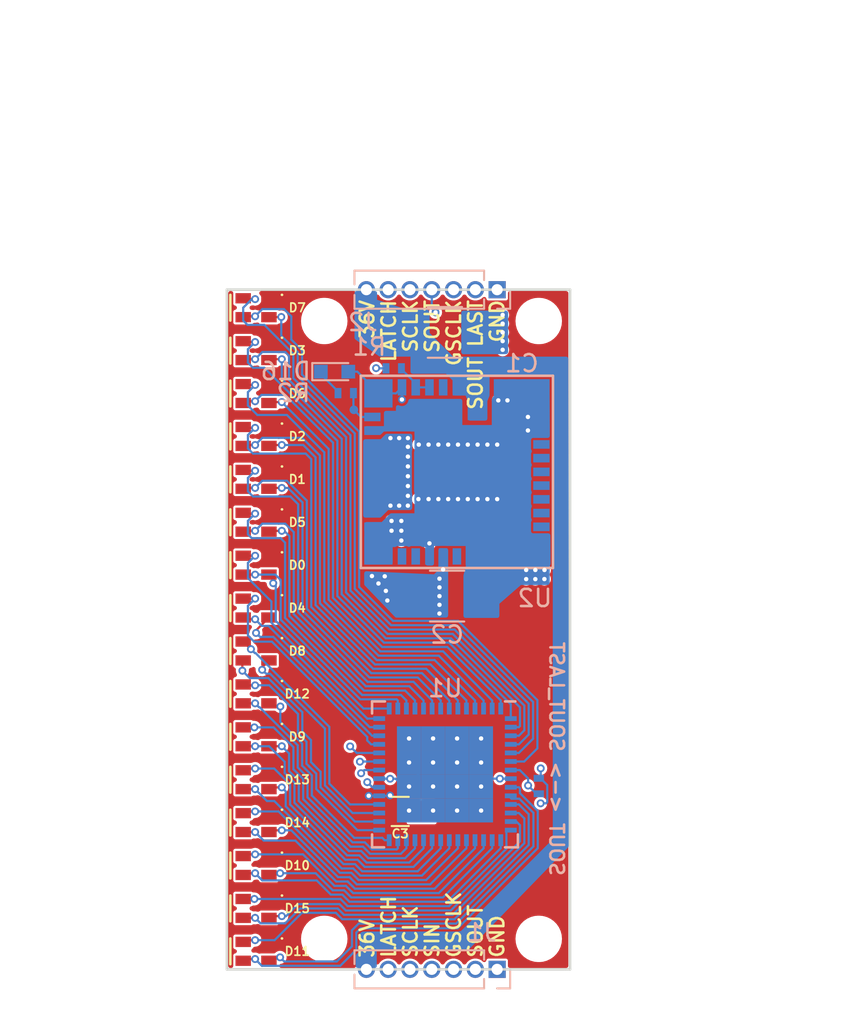
<source format=kicad_pcb>
(kicad_pcb (version 20221018) (generator pcbnew)
  (layers (0 "F.Cu" signal) (1 "In1.Cu" signal) (2 "In2.Cu" signal) (31 "B.Cu" signal) (34 "B.Paste" user) (35 "F.Paste" user) (36 "B.SilkS" user "B.Silkscreen") (37 "F.SilkS" user "F.Silkscreen") (38 "B.Mask" user) (39 "F.Mask" user) (44 "Edge.Cuts" user))
  (net 0 "")
  (net 1 "+3V3")
  (net 2 "/LEDR0")
  (net 3 "/LEDB0")
  (net 4 "/LEDG0")
  (net 5 "/LEDR1")
  (net 6 "/LEDB1")
  (net 7 "/LEDG1")
  (net 8 "/LEDR2")
  (net 9 "/LEDB2")
  (net 10 "/LEDG2")
  (net 11 "/LEDR3")
  (net 12 "/LEDB3")
  (net 13 "/LEDG3")
  (net 14 "/LEDR4")
  (net 15 "/LEDB4")
  (net 16 "/LEDG4")
  (net 17 "/LEDR5")
  (net 18 "/LEDB5")
  (net 19 "/LEDG5")
  (net 20 "/LEDR6")
  (net 21 "/LEDB6")
  (net 22 "/LEDG6")
  (net 23 "/LEDR7")
  (net 24 "/LEDB7")
  (net 25 "/LEDG7")
  (net 26 "/LEDR8")
  (net 27 "/LEDB8")
  (net 28 "/LEDG8")
  (net 29 "/LEDR9")
  (net 30 "/LEDB9")
  (net 31 "/LEDG9")
  (net 32 "/LEDR10")
  (net 33 "/LEDB10")
  (net 34 "/LEDG10")
  (net 35 "/LEDR11")
  (net 36 "/LEDB11")
  (net 37 "/LEDG11")
  (net 38 "/LEDR12")
  (net 39 "/LEDB12")
  (net 40 "/LEDG12")
  (net 41 "/LEDR13")
  (net 42 "/LEDB13")
  (net 43 "/LEDG13")
  (net 44 "/LEDR14")
  (net 45 "/LEDB14")
  (net 46 "/LEDG14")
  (net 47 "/LEDR15")
  (net 48 "/LEDB15")
  (net 49 "/LEDG15")
  (net 50 "GND")
  (net 51 "/SOUT")
  (net 52 "/LAT")
  (net 53 "/GSCLK")
  (net 54 "/SIN")
  (net 55 "/SCLK")
  (net 56 "/V36P0")
  (net 57 "/SOUT_LAST")
  (net 58 "/PWRGD")
  (net 59 "/VADJ")
  (net 60 "Net-(D16-Pad1)")
  (footprint "NQBit:LED_HSMF-C114" (layer "F.Cu") (at 118.05 79.4 180)
    (fp_text reference "D0")
    (fp_text value "LED_ARGB" hide)
  )
  (footprint "NQBit:LED_HSMF-C114" (layer "F.Cu") (at 118.05 74.4 180)
    (fp_text reference "D1")
    (fp_text value "LED_ARGB" hide)
  )
  (footprint "NQBit:LED_HSMF-C114" (layer "F.Cu") (at 118.05 71.9 180)
    (fp_text reference "D2")
    (fp_text value "LED_ARGB" hide)
  )
  (footprint "NQBit:LED_HSMF-C114" (layer "F.Cu") (at 118.05 66.9 180)
    (fp_text reference "D3")
    (fp_text value "LED_ARGB" hide)
  )
  (footprint "NQBit:LED_HSMF-C114" (layer "F.Cu") (at 118.05 76.9 180)
    (fp_text reference "D5")
    (fp_text value "LED_ARGB" hide)
  )
  (footprint "NQBit:LED_HSMF-C114" (layer "F.Cu") (at 118.05 69.4 180)
    (fp_text reference "D6")
    (fp_text value "LED_ARGB" hide)
  )
  (footprint "NQBit:LED_HSMF-C114" (layer "F.Cu") (at 118.05 64.4 180)
    (fp_text reference "D7")
    (fp_text value "LED_ARGB" hide)
  )
  (footprint "NQBit:LED_HSMF-C114" (layer "F.Cu") (at 118.05 84.4 180)
    (fp_text reference "D8")
    (fp_text value "LED_ARGB" hide)
  )
  (footprint "NQBit:LED_HSMF-C114" (layer "F.Cu") (at 118.05 89.4 180)
    (fp_text reference "D9")
    (fp_text value "LED_ARGB" hide)
  )
  (footprint "NQBit:LED_HSMF-C114" (layer "F.Cu") (at 118.05 96.9 180)
    (fp_text reference "D10")
    (fp_text value "LED_ARGB" hide)
  )
  (footprint "NQBit:LED_HSMF-C114" (layer "F.Cu") (at 118.05 101.9 180)
    (fp_text reference "D11")
    (fp_text value "LED_ARGB" hide)
  )
  (footprint "NQBit:LED_HSMF-C114" (layer "F.Cu") (at 118.05 86.9 180)
    (fp_text reference "D12")
    (fp_text value "LED_ARGB" hide)
  )
  (footprint "NQBit:LED_HSMF-C114" (layer "F.Cu") (at 118.05 91.9 180)
    (fp_text reference "D13")
    (fp_text value "LED_ARGB" hide)
  )
  (footprint "NQBit:LED_HSMF-C114" (layer "F.Cu") (at 118.05 94.4 180)
    (fp_text reference "D14")
    (fp_text value "LED_ARGB" hide)
  )
  (footprint "NQBit:LED_HSMF-C114" (layer "F.Cu") (at 118.05 99.4 180)
    (fp_text reference "D15")
    (fp_text value "LED_ARGB" hide)
  )
  (footprint "NQBit:LED_HSMF-C114" (layer "F.Cu") (at 118.05 81.9 180)
    (fp_text reference "D4")
    (fp_text value "LED_ARGB" hide)
  )
  (footprint "Mounting_Holes:MountingHole_2.2mm_M2_ISO7380" (layer "F.Cu") (at 134.525 65.175)
    (fp_text reference "REF**" hide)
    (fp_text value "MountingHole_2.2mm_M2_ISO7380" hide)
  )
  (footprint "Mounting_Holes:MountingHole_2.2mm_M2_ISO7380" (layer "F.Cu") (at 134.525 101.175)
    (fp_text reference "REF**" hide)
    (fp_text value "MountingHole_2.2mm_M2_ISO7380" hide)
  )
  (footprint "Mounting_Holes:MountingHole_2.2mm_M2_ISO7380" (layer "F.Cu") (at 122.025 101.175)
    (fp_text reference "REF**" hide)
    (fp_text value "MountingHole_2.2mm_M2_ISO7380" hide)
  )
  (footprint "Mounting_Holes:MountingHole_2.2mm_M2_ISO7380" (layer "F.Cu") (at 122.025 65.175)
    (fp_text reference "REF**" hide)
    (fp_text value "MountingHole_2.2mm_M2_ISO7380" hide)
  )
  (footprint "Capacitors_SMD:C_0805_HandSoldering" (layer "F.Cu") (at 126.45 93.75)
    (fp_text reference "C3")
    (fp_text value "100nF" hide)
  )
  (footprint "NQBit:43-BQFN-10mmx10mm" (layer "B.Cu") (at 129.755 73.965 180)
    (fp_text reference "U2")
    (fp_text value "LMZ34202" hide)
  )
  (footprint "Resistors_SMD:R_0402_NoSilk" (layer "B.Cu") (at 134.5302 92.2704 90)
    (fp_text reference "JP1" hide)
    (fp_text value "Jumper_NC_Small" hide)
  )
  (footprint "Capacitors_SMD:C_1210_HandSoldering" (layer "B.Cu") (at 129.0565 65.837)
    (fp_text reference "C1")
    (fp_text value "100uF")
  )
  (footprint "Capacitors_SMD:C_1210_HandSoldering" (layer "B.Cu") (at 129.1835 81.204)
    (fp_text reference "C2")
    (fp_text value "100uF" hide)
  )
  (footprint "Resistors_SMD:R_0402_NoSilk" (layer "B.Cu") (at 126.072 67.9325)
    (fp_text reference "R1")
    (fp_text value "8.06k" hide)
  )
  (footprint "Pin_Headers:Pin_Header_Straight_1x07_Pitch1.27mm" (layer "B.Cu") (at 132.1 102.95 90)
    (fp_text reference "J1")
    (fp_text value "Conn_01x07" hide)
  )
  (footprint "Pin_Headers:Pin_Header_Straight_1x07_Pitch1.27mm" (layer "B.Cu") (at 132.1 63.35 90)
    (fp_text reference "J2")
    (fp_text value "Conn_01x07" hide)
  )
  (footprint "NQBit:QFN-56-1EP_7x7mm_Pitch0.5mm" (layer "B.Cu") (at 129.06076 91.59008 180)
    (fp_text reference "U1")
    (fp_text value "TLC5955")
  )
  (footprint "NQBit:TEST_POINT_0.5mm" (layer "B.Cu") (at 123.75 70.35)
    (fp_text reference "TP0" hide)
    (fp_text value "PWRGD" hide)
  )
  (footprint "LEDs:LED_0603" (layer "B.Cu") (at 122.625 68.125)
    (fp_text reference "D16")
    (fp_text value "LED_Small" hide)
  )
  (footprint "Resistors_SMD:R_0402_NoSilk" (layer "B.Cu") (at 123.275 69.375)
    (fp_text reference "R2")
    (fp_text value "8.06k" hide)
  )
  (gr_line (start 116.35 102.95) (end 116.35 63.35) (stroke (width 0.15)) (layer "Edge.Cuts"))
  (gr_line (start 136.35 102.95) (end 116.35 102.95) (stroke (width 0.15)) (layer "Edge.Cuts"))
  (gr_line (start 136.35 63.35) (end 136.35 102.95) (stroke (width 0.15)) (layer "Edge.Cuts"))
  (gr_line (start 116.35 63.35) (end 136.35 63.35) (stroke (width 0.15)) (layer "Edge.Cuts"))
  (gr_text "SOUT <-> SOUT_LAST" (at 135.56398 90.68544 270) (layer "B.SilkS") (effects (font (size 0.8 0.8)) (justify mirror)))
  (gr_text "36V" (at 124.5226 65.072294 90) (layer "F.SilkS") (effects (font (size 0.8 0.8))))
  (gr_text "LATCH" (at 125.785826 65.758008 90) (layer "F.SilkS") (effects (font (size 0.8 0.8))))
  (gr_text "SCLK" (at 127.049052 65.472294 90) (layer "F.SilkS") (effects (font (size 0.8 0.8))))
  (gr_text "SOUT" (at 128.312278 65.491342 90) (layer "F.SilkS") (effects (font (size 0.8 0.8))))
  (gr_text "GSCLK" (at 129.575504 65.872294 90) (layer "F.SilkS") (effects (font (size 0.8 0.8))))
  (gr_text "SOUT LAST" (at 130.83873 67.148485 90) (layer "F.SilkS") (effects (font (size 0.8 0.8))))
  (gr_text "GND" (at 132.101956 65.18658 90) (layer "F.SilkS") (effects (font (size 0.8 0.8))))
  (gr_text "GSCLK" (at 129.572964 100.347714 90) (layer "F.SilkS") (effects (font (size 0.8 0.8))))
  (gr_text "LATCH" (at 125.783286 100.462 90) (layer "F.SilkS") (effects (font (size 0.8 0.8))))
  (gr_text "GND" (at 132.099416 101.033429 90) (layer "F.SilkS") (effects (font (size 0.8 0.8))))
  (gr_text "36V" (at 124.52006 101.147714 90) (layer "F.SilkS") (effects (font (size 0.8 0.8))))
  (gr_text "SOUT" (at 130.83619 100.728667 90) (layer "F.SilkS") (effects (font (size 0.8 0.8))))
  (gr_text "SIN" (at 128.309738 101.262 90) (layer "F.SilkS") (effects (font (size 0.8 0.8))))
  (gr_text "SCLK" (at 127.046512 100.747714 90) (layer "F.SilkS") (effects (font (size 0.8 0.8))))
  (via (at 125.85864 92.81904) (size 0.4572) (drill 0.254) (layers "F.Cu" "B.Cu") (net 1))
  (via (at 126.899485 75.362) (size 0.4572) (drill 0.254) (layers "F.Cu" "B.Cu") (net 1))
  (via (at 126.899444 72.5045) (size 0.4572) (drill 0.254) (layers "F.Cu" "B.Cu") (net 1))
  (via (at 126.899398 73.6475) (size 0.4572) (drill 0.254) (layers "F.Cu" "B.Cu") (net 1))
  (via (at 126.8975 75.9335) (size 0.4572) (drill 0.254) (layers "F.Cu" "B.Cu") (net 1))
  (via (at 126.3895 75.9335) (size 0.4572) (drill 0.254) (layers "F.Cu" "B.Cu") (net 1))
  (via (at 125.55 80.05) (size 0.4572) (drill 0.254) (layers "F.Cu" "B.Cu") (net 1))
  (via (at 124.616812 92.837) (size 0.4572) (drill 0.254) (layers "F.Cu" "B.Cu") (net 1))
  (via (at 125.8815 75.9335) (size 0.4572) (drill 0.254) (layers "F.Cu" "B.Cu") (net 1))
  (via (at 126.899398 74.219) (size 0.4572) (drill 0.254) (layers "F.Cu" "B.Cu") (net 1))
  (via (at 125.6148 80.8992) (size 0.4572) (drill 0.254) (layers "F.Cu" "B.Cu") (net 1))
  (via (at 126.899398 74.7905) (size 0.4572) (drill 0.254) (layers "F.Cu" "B.Cu") (net 1))
  (via (at 128.739 82.22) (size 0.4572) (drill 0.254) (layers "F.Cu" "B.Cu") (net 1))
  (via (at 125.8815 71.9965) (size 0.4572) (drill 0.254) (layers "F.Cu" "B.Cu") (net 1))
  (via (at 126.899485 71.99786) (size 0.4572) (drill 0.254) (layers "F.Cu" "B.Cu") (net 1))
  (via (at 128.739 80.188) (size 0.4572) (drill 0.254) (layers "F.Cu" "B.Cu") (net 1))
  (via (at 125.183 80.4674) (size 0.4572) (drill 0.254) (layers "F.Cu" "B.Cu") (net 1))
  (via (at 125.70116 81.46016) (size 0.4572) (drill 0.254) (layers "F.Cu" "B.Cu") (net 1))
  (via (at 128.739 81.204) (size 0.4572) (drill 0.254) (layers "F.Cu" "B.Cu") (net 1))
  (via (at 126.55 69.75) (size 0.4572) (drill 0.254) (layers "F.Cu" "B.Cu") (net 1))
  (via (at 128.739 81.712) (size 0.4572) (drill 0.254) (layers "F.Cu" "B.Cu") (net 1))
  (via (at 128.95 79.65) (size 0.4572) (drill 0.254) (layers "F.Cu" "B.Cu") (net 1))
  (via (at 124.802 80.0356) (size 0.4572) (drill 0.254) (layers "F.Cu" "B.Cu") (net 1))
  (via (at 128.739 80.696) (size 0.4572) (drill 0.254) (layers "F.Cu" "B.Cu") (net 1))
  (via (at 126.899398 73.076) (size 0.4572) (drill 0.254) (layers "F.Cu" "B.Cu") (net 1))
  (via (at 126.3895 71.9965) (size 0.4572) (drill 0.254) (layers "F.Cu" "B.Cu") (net 1))
  (segment (start 127.1835 81.204) (end 128.739 81.204) (width 0.127) (layer "B.Cu") (net 1))
  (segment (start 126.205 69.39) (end 126.555 69.04) (width 0.127) (layer "B.Cu") (net 1))
  (segment (start 126.555 69.04) (end 126.589258 69.04) (width 0.127) (layer "B.Cu") (net 1))
  (segment (start 125.22576 92.84008) (end 125.8376 92.84008) (width 0.127) (layer "B.Cu") (net 1))
  (segment (start 125.8815 75.9335) (end 126.453 75.9335) (width 0.127) (layer "B.Cu") (net 1))
  (segment (start 126.899485 73.847515) (end 126.899485 71.99786) (width 0.127) (layer "B.Cu") (net 1))
  (segment (start 125.9635 71.9965) (end 125.8815 71.9965) (width 0.127) (layer "B.Cu") (net 1))
  (segment (start 126.155 73.965) (end 126.155 75.742) (width 0.127) (layer "B.Cu") (net 1))
  (segment (start 126.155 72.188) (end 125.9635 71.9965) (width 0.127) (layer "B.Cu") (net 1))
  (segment (start 126.155 73.965) (end 126.155 72.188) (width 0.127) (layer "B.Cu") (net 1))
  (segment (start 125.8376 92.84008) (end 125.85864 92.81904) (width 0.127) (layer "B.Cu") (net 1))
  (segment (start 126.782 73.965) (end 126.899485 73.847515) (width 0.127) (layer "B.Cu") (net 1))
  (segment (start 125.6148 80.8992) (end 125.6148 81.3738) (width 0.127) (layer "B.Cu") (net 1))
  (segment (start 126.899485 71.99786) (end 126.899444 72.5045) (width 0.127) (layer "B.Cu") (net 1))
  (segment (start 123.952 68.125) (end 125.18 69.353) (width 0.127) (layer "B.Cu") (net 1))
  (segment (start 125.165 69.375) (end 125.18 69.39) (width 0.127) (layer "B.Cu") (net 1))
  (segment (start 125.18 69.39) (end 126.205 69.39) (width 0.127) (layer "B.Cu") (net 1))
  (segment (start 125.23388 92.84436) (end 125.21856 92.85968) (width 0.127) (layer "B.Cu") (net 1))
  (segment (start 125.9635 75.9335) (end 125.8815 75.9335) (width 0.127) (layer "B.Cu") (net 1))
  (segment (start 125.6148 81.3738) (end 125.70116 81.46016) (width 0.127) (layer "B.Cu") (net 1))
  (segment (start 125.183 80.4674) (end 125.6148 80.8992) (width 0.127) (layer "B.Cu") (net 1))
  (segment (start 126.899485 74.790587) (end 126.899398 74.7905) (width 0.127) (layer "B.Cu") (net 1))
  (segment (start 126.155 75.742) (end 125.9635 75.9335) (width 0.127) (layer "B.Cu") (net 1))
  (segment (start 126.8975 75.363985) (end 126.899485 75.362) (width 0.127) (layer "B.Cu") (net 1))
  (segment (start 128.955 78.89) (end 128.955 79.645) (width 0.127) (layer "B.Cu") (net 1))
  (segment (start 126.8975 75.9335) (end 126.8975 75.363985) (width 0.127) (layer "B.Cu") (net 1))
  (segment (start 125.22576 92.84008) (end 124.619892 92.84008) (width 0.127) (layer "B.Cu") (net 1))
  (segment (start 126.899485 75.362) (end 126.899485 74.790587) (width 0.127) (layer "B.Cu") (net 1))
  (segment (start 128.739 81.712) (end 128.739 82.22) (width 0.127) (layer "B.Cu") (net 1))
  (segment (start 126.3465 71.9965) (end 126.453 71.9965) (width 0.127) (layer "B.Cu") (net 1))
  (segment (start 124.8881 80.0356) (end 124.802 80.0356) (width 0.127) (layer "B.Cu") (net 1))
  (segment (start 126.899398 73.6475) (end 126.899398 73.076) (width 0.127) (layer "B.Cu") (net 1))
  (segment (start 128.955 79.645) (end 128.95 79.65) (width 0.127) (layer "B.Cu") (net 1))
  (segment (start 126.155 73.965) (end 126.782 73.965) (width 0.127) (layer "B.Cu") (net 1))
  (segment (start 125.18 69.353) (end 125.18 69.39) (width 0.127) (layer "B.Cu") (net 1))
  (segment (start 126.899398 72.504546) (end 126.899444 72.5045) (width 0.127) (layer "B.Cu") (net 1))
  (segment (start 124.802 80.0356) (end 124.802 80.0864) (width 0.127) (layer "B.Cu") (net 1))
  (segment (start 124.619892 92.84008) (end 124.616812 92.837) (width 0.127) (layer "B.Cu") (net 1))
  (segment (start 127.1835 81.204) (end 126.0565 81.204) (width 0.127) (layer "B.Cu") (net 1))
  (segment (start 126.899398 74.219) (end 126.899398 73.6475) (width 0.127) (layer "B.Cu") (net 1))
  (segment (start 126.555 69.04) (end 126.555 69.745) (width 0.127) (layer "B.Cu") (net 1))
  (segment (start 126.589258 69.04) (end 126.738989 69.189731) (width 0.127) (layer "B.Cu") (net 1))
  (segment (start 124.802 80.0864) (end 125.183 80.4674) (width 0.127) (layer "B.Cu") (net 1))
  (segment (start 125.55 80.6975) (end 125.55 80.05) (width 0.127) (layer "B.Cu") (net 1))
  (segment (start 126.0565 81.204) (end 124.8881 80.0356) (width 0.127) (layer "B.Cu") (net 1))
  (segment (start 128.739 81.204) (end 128.739 81.712) (width 0.127) (layer "B.Cu") (net 1))
  (segment (start 126.0565 81.204) (end 125.55 80.6975) (width 0.127) (layer "B.Cu") (net 1))
  (segment (start 128.739 80.696) (end 128.739 80.188) (width 0.127) (layer "B.Cu") (net 1))
  (segment (start 126.899398 74.7905) (end 126.899398 74.219) (width 0.127) (layer "B.Cu") (net 1))
  (segment (start 126.899398 73.076) (end 126.899398 72.504546) (width 0.127) (layer "B.Cu") (net 1))
  (segment (start 126.555 69.745) (end 126.55 69.75) (width 0.127) (layer "B.Cu") (net 1))
  (segment (start 128.739 82.22) (end 128.739 80.696) (width 0.127) (layer "B.Cu") (net 1))
  (segment (start 126.155 72.188) (end 126.3465 71.9965) (width 0.127) (layer "B.Cu") (net 1))
  (segment (start 123.425 68.125) (end 123.952 68.125) (width 0.127) (layer "B.Cu") (net 1))
  (segment (start 119.05 80.45) (end 119.05 80.2) (width 0.127) (layer "F.Cu") (net 2))
  (segment (start 119.05 80.2) (end 118.8 79.95) (width 0.127) (layer "F.Cu") (net 2))
  (via (at 119.05 80.45) (size 0.4572) (drill 0.254) (layers "F.Cu" "B.Cu") (net 2))
  (segment (start 119.05 80.45) (end 119.19599 80.59599) (width 0.127) (layer "B.Cu") (net 2))
  (segment (start 119.19599 82.644202) (end 124.306868 87.75508) (width 0.127) (layer "B.Cu") (net 2))
  (segment (start 124.306868 87.75508) (end 125.81076 87.75508) (width 0.127) (layer "B.Cu") (net 2))
  (segment (start 119.19599 80.59599) (end 119.19599 82.644202) (width 0.127) (layer "B.Cu") (net 2))
  (segment (start 117.994398 78.85) (end 117.3 78.85) (width 0.127) (layer "F.Cu") (net 3))
  (via (at 117.994398 78.85) (size 0.4572) (drill 0.254) (layers "F.Cu" "B.Cu") (net 3))
  (segment (start 117.575297 79.269101) (end 117.575297 80.151169) (width 0.127) (layer "B.Cu") (net 3))
  (segment (start 124.536924 88.34436) (end 124.541204 88.34008) (width 0.127) (layer "B.Cu") (net 3))
  (segment (start 124.541204 88.34008) (end 125.22576 88.34008) (width 0.127) (layer "B.Cu") (net 3))
  (segment (start 117.575297 80.151169) (end 118.94198 81.517852) (width 0.127) (layer "B.Cu") (net 3))
  (segment (start 117.994398 78.85) (end 117.575297 79.269101) (width 0.127) (layer "B.Cu") (net 3))
  (segment (start 118.94198 81.517852) (end 118.941981 82.749417) (width 0.127) (layer "B.Cu") (net 3))
  (segment (start 118.941981 82.749417) (end 124.536924 88.34436) (width 0.127) (layer "B.Cu") (net 3))
  (segment (start 117.994398 79.95) (end 117.3 79.95) (width 0.127) (layer "F.Cu") (net 4))
  (via (at 117.994398 79.95) (size 0.4572) (drill 0.254) (layers "F.Cu" "B.Cu") (net 4))
  (segment (start 126.24436 87.21668) (end 126.31076 87.28308) (width 0.127) (layer "B.Cu") (net 4))
  (segment (start 124.127692 87.21668) (end 126.24436 87.21668) (width 0.127) (layer "B.Cu") (net 4))
  (segment (start 119.485841 80.265571) (end 119.485841 82.574829) (width 0.127) (layer "B.Cu") (net 4))
  (segment (start 119.485841 82.574829) (end 124.127692 87.21668) (width 0.127) (layer "B.Cu") (net 4))
  (segment (start 117.994398 79.95) (end 119.17027 79.95) (width 0.127) (layer "B.Cu") (net 4))
  (segment (start 119.17027 79.95) (end 119.485841 80.265571) (width 0.127) (layer "B.Cu") (net 4))
  (segment (start 126.31076 87.28308) (end 126.31076 87.75508) (width 0.127) (layer "B.Cu") (net 4))
  (segment (start 119.55 74.9) (end 118.85 74.9) (width 0.127) (layer "F.Cu") (net 5))
  (segment (start 118.85 74.9) (end 118.8 74.95) (width 0.127) (layer "F.Cu") (net 5))
  (via (at 119.55 74.9) (size 0.4572) (drill 0.254) (layers "F.Cu" "B.Cu") (net 5))
  (segment (start 120.755891 82.044099) (end 124.658423 85.946631) (width 0.127) (layer "B.Cu") (net 5))
  (segment (start 119.909224 74.9) (end 120.75589 75.746666) (width 0.127) (layer "B.Cu") (net 5))
  (segment (start 127.474312 85.946632) (end 128.81076 87.28308) (width 0.127) (layer "B.Cu") (net 5))
  (segment (start 119.55 74.9) (end 119.909224 74.9) (width 0.127) (layer "B.Cu") (net 5))
  (segment (start 120.75589 75.746666) (end 120.75589 81.69892) (width 0.127) (layer "B.Cu") (net 5))
  (segment (start 120.75589 81.69892) (end 120.755891 82.044099) (width 0.127) (layer "B.Cu") (net 5))
  (segment (start 128.81076 87.28308) (end 128.81076 87.75508) (width 0.127) (layer "B.Cu") (net 5))
  (segment (start 124.658423 85.946631) (end 126.81368 85.946631) (width 0.127) (layer "B.Cu") (net 5))
  (segment (start 126.81368 85.946631) (end 127.474312 85.946632) (width 0.127) (layer "B.Cu") (net 5))
  (segment (start 117.35 73.9) (end 117.3 73.85) (width 0.127) (layer "F.Cu") (net 6))
  (segment (start 117.994398 73.9) (end 117.35 73.9) (width 0.127) (layer "F.Cu") (net 6))
  (via (at 117.994398 73.9) (size 0.4572) (drill 0.254) (layers "F.Cu" "B.Cu") (net 6))
  (segment (start 128.31076 87.28308) (end 128.31076 87.75508) (width 0.127) (layer "B.Cu") (net 6))
  (segment (start 120.50188 82.149312) (end 124.553209 86.200641) (width 0.127) (layer "B.Cu") (net 6))
  (segment (start 117.575297 74.319101) (end 117.575297 75.101169) (width 0.127) (layer "B.Cu") (net 6))
  (segment (start 126.5292 86.200641) (end 127.228321 86.200641) (width 0.127) (layer "B.Cu") (net 6))
  (segment (start 120.50188 81.62272) (end 120.50188 82.149312) (width 0.127) (layer "B.Cu") (net 6))
  (segment (start 127.228321 86.200641) (end 128.31076 87.28308) (width 0.127) (layer "B.Cu") (net 6))
  (segment (start 117.874128 75.4) (end 120.05 75.4) (width 0.127) (layer "B.Cu") (net 6))
  (segment (start 117.994398 73.9) (end 117.575297 74.319101) (width 0.127) (layer "B.Cu") (net 6))
  (segment (start 124.553209 86.200641) (end 126.5292 86.200641) (width 0.127) (layer "B.Cu") (net 6))
  (segment (start 117.575297 75.101169) (end 117.874128 75.4) (width 0.127) (layer "B.Cu") (net 6))
  (segment (start 120.05 75.4) (end 120.50188 75.85188) (width 0.127) (layer "B.Cu") (net 6))
  (segment (start 120.50188 75.85188) (end 120.50188 81.62272) (width 0.127) (layer "B.Cu") (net 6))
  (segment (start 117.994398 74.9) (end 117.35 74.9) (width 0.127) (layer "F.Cu") (net 7))
  (segment (start 117.35 74.9) (end 117.3 74.95) (width 0.127) (layer "F.Cu") (net 7))
  (via (at 117.994398 74.9) (size 0.4572) (drill 0.254) (layers "F.Cu" "B.Cu") (net 7))
  (segment (start 119.849347 74.480899) (end 121.0099 75.641452) (width 0.127) (layer "B.Cu") (net 7))
  (segment (start 127.720303 85.692623) (end 129.31076 87.28308) (width 0.127) (layer "B.Cu") (net 7))
  (segment (start 124.763637 85.692621) (end 127.15912 85.692621) (width 0.127) (layer "B.Cu") (net 7))
  (segment (start 129.31076 87.28308) (end 129.31076 87.75508) (width 0.127) (layer "B.Cu") (net 7))
  (segment (start 121.0099 75.641452) (end 121.0099 81.938884) (width 0.127) (layer "B.Cu") (net 7))
  (segment (start 127.15912 85.692621) (end 127.720303 85.692623) (width 0.127) (layer "B.Cu") (net 7))
  (segment (start 117.994398 74.9) (end 118.413499 74.480899) (width 0.127) (layer "B.Cu") (net 7))
  (segment (start 121.0099 81.938884) (end 124.763637 85.692621) (width 0.127) (layer "B.Cu") (net 7))
  (segment (start 118.413499 74.480899) (end 119.849347 74.480899) (width 0.127) (layer "B.Cu") (net 7))
  (segment (start 119.55 72.4) (end 118.85 72.4) (width 0.127) (layer "F.Cu") (net 8))
  (segment (start 118.85 72.4) (end 118.8 72.45) (width 0.127) (layer "F.Cu") (net 8))
  (via (at 119.55 72.4) (size 0.4572) (drill 0.254) (layers "F.Cu" "B.Cu") (net 8))
  (segment (start 121.51792 73.11792) (end 121.51792 81.723562) (width 0.127) (layer "B.Cu") (net 8))
  (segment (start 128.212282 85.184602) (end 130.31076 87.28308) (width 0.127) (layer "B.Cu") (net 8))
  (segment (start 130.31076 87.28308) (end 130.31076 87.75508) (width 0.127) (layer "B.Cu") (net 8))
  (segment (start 120.8 72.4) (end 121.51792 73.11792) (width 0.127) (layer "B.Cu") (net 8))
  (segment (start 124.978959 85.184601) (end 127.35216 85.184601) (width 0.127) (layer "B.Cu") (net 8))
  (segment (start 119.55 72.4) (end 120.8 72.4) (width 0.127) (layer "B.Cu") (net 8))
  (segment (start 121.51792 81.723562) (end 124.978959 85.184601) (width 0.127) (layer "B.Cu") (net 8))
  (segment (start 127.35216 85.184601) (end 128.212282 85.184602) (width 0.127) (layer "B.Cu") (net 8))
  (segment (start 117.35 71.4) (end 117.3 71.35) (width 0.127) (layer "F.Cu") (net 9))
  (segment (start 117.994398 71.4) (end 117.35 71.4) (width 0.127) (layer "F.Cu") (net 9))
  (via (at 117.994398 71.4) (size 0.4572) (drill 0.254) (layers "F.Cu" "B.Cu") (net 9))
  (segment (start 129.81076 87.28308) (end 129.81076 87.75508) (width 0.127) (layer "B.Cu") (net 9))
  (segment (start 127.02704 85.438611) (end 127.966291 85.438611) (width 0.127) (layer "B.Cu") (net 9))
  (segment (start 121.26391 73.223134) (end 121.263911 81.833671) (width 0.127) (layer "B.Cu") (net 9))
  (segment (start 117.575297 72.601169) (end 117.874128 72.9) (width 0.127) (layer "B.Cu") (net 9))
  (segment (start 124.320114 84.88498) (end 124.873745 85.438611) (width 0.127) (layer "B.Cu") (net 9))
  (segment (start 124.873745 85.438611) (end 127.02704 85.438611) (width 0.127) (layer "B.Cu") (net 9))
  (segment (start 121.263911 81.833671) (end 124.31522 84.88498) (width 0.127) (layer "B.Cu") (net 9))
  (segment (start 120.940776 72.9) (end 121.26391 73.223134) (width 0.127) (layer "B.Cu") (net 9))
  (segment (start 117.874128 72.9) (end 120.940776 72.9) (width 0.127) (layer "B.Cu") (net 9))
  (segment (start 117.575297 71.819101) (end 117.575297 72.601169) (width 0.127) (layer "B.Cu") (net 9))
  (segment (start 124.31522 84.88498) (end 124.320114 84.88498) (width 0.127) (layer "B.Cu") (net 9))
  (segment (start 127.966291 85.438611) (end 129.81076 87.28308) (width 0.127) (layer "B.Cu") (net 9))
  (segment (start 117.994398 71.4) (end 117.575297 71.819101) (width 0.127) (layer "B.Cu") (net 9))
  (segment (start 117.994398 72.4) (end 117.35 72.4) (width 0.127) (layer "F.Cu") (net 10))
  (segment (start 117.35 72.4) (end 117.3 72.45) (width 0.127) (layer "F.Cu") (net 10))
  (via (at 117.994398 72.4) (size 0.4572) (drill 0.254) (layers "F.Cu" "B.Cu") (net 10))
  (segment (start 121.77193 81.33077) (end 121.771932 81.330772) (width 0.127) (layer "B.Cu") (net 10))
  (segment (start 118.413499 71.980899) (end 120.740123 71.980899) (width 0.127) (layer "B.Cu") (net 10))
  (segment (start 121.771932 81.61835) (end 124.66992 84.516338) (width 0.127) (layer "B.Cu") (net 10))
  (segment (start 121.771932 81.330772) (end 121.771932 81.61835) (width 0.127) (layer "B.Cu") (net 10))
  (segment (start 125.084173 84.930591) (end 126.81368 84.930591) (width 0.127) (layer "B.Cu") (net 10))
  (segment (start 124.66992 84.516338) (end 125.084173 84.930591) (width 0.127) (layer "B.Cu") (net 10))
  (segment (start 128.458273 84.930593) (end 130.81076 87.28308) (width 0.127) (layer "B.Cu") (net 10))
  (segment (start 117.994398 72.4) (end 118.413499 71.980899) (width 0.127) (layer "B.Cu") (net 10))
  (segment (start 121.77193 73.012706) (end 121.77193 81.33077) (width 0.127) (layer "B.Cu") (net 10))
  (segment (start 124.66992 84.516338) (end 124.82324 84.669658) (width 0.127) (layer "B.Cu") (net 10))
  (segment (start 126.81368 84.930591) (end 128.458273 84.930593) (width 0.127) (layer "B.Cu") (net 10))
  (segment (start 120.740123 71.980899) (end 121.77193 73.012706) (width 0.127) (layer "B.Cu") (net 10))
  (segment (start 130.81076 87.28308) (end 130.81076 87.75508) (width 0.127) (layer "B.Cu") (net 10))
  (segment (start 118.85 67.4) (end 118.8 67.45) (width 0.127) (layer "F.Cu") (net 11))
  (segment (start 119.55 67.4) (end 118.85 67.4) (width 0.127) (layer "F.Cu") (net 11))
  (via (at 119.55 67.4) (size 0.4572) (drill 0.254) (layers "F.Cu" "B.Cu") (net 11))
  (segment (start 123.041981 72.041981) (end 119.55 68.55) (width 0.127) (layer "B.Cu") (net 11))
  (segment (start 133.36776 88.84008) (end 133.431261 88.776579) (width 0.127) (layer "B.Cu") (net 11))
  (segment (start 125.610243 83.660541) (end 123.041982 81.09228) (width 0.127) (layer "B.Cu") (net 11))
  (segment (start 123.041982 81.09228) (end 123.041981 72.041981) (width 0.127) (layer "B.Cu") (net 11))
  (segment (start 133.431261 88.776579) (end 133.431261 87.685133) (width 0.127) (layer "B.Cu") (net 11))
  (segment (start 119.55 68.55) (end 119.55 67.4) (width 0.127) (layer "B.Cu") (net 11))
  (segment (start 129.406671 83.660543) (end 128.85584 83.660541) (width 0.127) (layer "B.Cu") (net 11))
  (segment (start 133.431261 87.685133) (end 129.406671 83.660543) (width 0.127) (layer "B.Cu") (net 11))
  (segment (start 128.85584 83.660541) (end 125.610243 83.660541) (width 0.127) (layer "B.Cu") (net 11))
  (segment (start 132.89576 88.84008) (end 133.36776 88.84008) (width 0.127) (layer "B.Cu") (net 11))
  (segment (start 117.35 66.4) (end 117.3 66.35) (width 0.127) (layer "F.Cu") (net 12))
  (segment (start 117.994398 66.4) (end 117.35 66.4) (width 0.127) (layer "F.Cu") (net 12))
  (via (at 117.994398 66.4) (size 0.4572) (drill 0.254) (layers "F.Cu" "B.Cu") (net 12))
  (segment (start 117.575297 67.601169) (end 117.874128 67.9) (width 0.127) (layer "B.Cu") (net 12))
  (segment (start 117.575297 66.819101) (end 117.575297 67.601169) (width 0.127) (layer "B.Cu") (net 12))
  (segment (start 129.301456 83.914552) (end 132.89576 87.508856) (width 0.127) (layer "B.Cu") (net 12))
  (segment (start 122.787971 72.158477) (end 122.78797 81.197492) (width 0.127) (layer "B.Cu") (net 12))
  (segment (start 132.89576 88.07308) (end 132.89576 88.34008) (width 0.127) (layer "B.Cu") (net 12))
  (segment (start 122.78797 81.197492) (end 125.505029 83.914551) (width 0.127) (layer "B.Cu") (net 12))
  (segment (start 129.06412 83.914551) (end 129.301456 83.914552) (width 0.127) (layer "B.Cu") (net 12))
  (segment (start 125.505029 83.914551) (end 128.41388 83.914551) (width 0.127) (layer "B.Cu") (net 12))
  (segment (start 117.874128 67.9) (end 118.529494 67.9) (width 0.127) (layer "B.Cu") (net 12))
  (segment (start 117.994398 66.4) (end 117.575297 66.819101) (width 0.127) (layer "B.Cu") (net 12))
  (segment (start 118.529494 67.9) (end 122.787971 72.158477) (width 0.127) (layer "B.Cu") (net 12))
  (segment (start 132.89576 87.508856) (end 132.89576 88.07308) (width 0.127) (layer "B.Cu") (net 12))
  (segment (start 128.41388 83.914551) (end 128.52056 83.914551) (width 0.127) (layer "B.Cu") (net 12))
  (segment (start 128.41388 83.914551) (end 129.06412 83.914551) (width 0.127) (layer "B.Cu") (net 12))
  (segment (start 117.994398 67.4) (end 117.35 67.4) (width 0.127) (layer "F.Cu") (net 13))
  (segment (start 117.35 67.4) (end 117.3 67.45) (width 0.127) (layer "F.Cu") (net 13))
  (via (at 117.994398 67.4) (size 0.4572) (drill 0.254) (layers "F.Cu" "B.Cu") (net 13))
  (segment (start 117.994398 67.4) (end 118.413499 66.980899) (width 0.127) (layer "B.Cu") (net 13))
  (segment (start 119.969101 67.198831) (end 119.751169 66.980899) (width 0.127) (layer "B.Cu") (net 13))
  (segment (start 118.413499 66.980899) (end 119.751169 66.980899) (width 0.127) (layer "B.Cu") (net 13))
  (segment (start 123.295991 80.987065) (end 123.29599 71.936766) (width 0.127) (layer "B.Cu") (net 13))
  (segment (start 129.511883 83.406531) (end 133.685271 87.579919) (width 0.127) (layer "B.Cu") (net 13))
  (segment (start 133.685271 89.022569) (end 133.36776 89.34008) (width 0.127) (layer "B.Cu") (net 13))
  (segment (start 125.715457 83.406531) (end 129.511883 83.406531) (width 0.127) (layer "B.Cu") (net 13))
  (segment (start 133.685271 87.579919) (end 133.685271 89.022569) (width 0.127) (layer "B.Cu") (net 13))
  (segment (start 123.295991 80.987065) (end 125.715457 83.406531) (width 0.127) (layer "B.Cu") (net 13))
  (segment (start 133.36776 89.34008) (end 132.89576 89.34008) (width 0.127) (layer "B.Cu") (net 13))
  (segment (start 123.29599 71.936766) (end 119.969101 68.609877) (width 0.127) (layer "B.Cu") (net 13))
  (segment (start 119.969101 68.609877) (end 119.969101 67.198831) (width 0.127) (layer "B.Cu") (net 13))
  (segment (start 118.05 83.2) (end 118.8 82.45) (width 0.127) (layer "F.Cu") (net 14))
  (segment (start 118.05 83.35) (end 118.05 83.2) (width 0.127) (layer "F.Cu") (net 14))
  (via (at 118.05 83.35) (size 0.4572) (drill 0.254) (layers "F.Cu" "B.Cu") (net 14))
  (segment (start 119.052715 83.578599) (end 118.278599 83.578599) (width 0.127) (layer "B.Cu") (net 14))
  (segment (start 124.814196 89.34008) (end 119.052715 83.578599) (width 0.127) (layer "B.Cu") (net 14))
  (segment (start 125.22576 89.34008) (end 124.814196 89.34008) (width 0.127) (layer "B.Cu") (net 14))
  (segment (start 118.278599 83.578599) (end 118.05 83.35) (width 0.127) (layer "B.Cu") (net 14))
  (segment (start 117.994398 81.35) (end 117.3 81.35) (width 0.127) (layer "F.Cu") (net 15))
  (via (at 117.994398 81.35) (size 0.4572) (drill 0.254) (layers "F.Cu" "B.Cu") (net 15))
  (segment (start 117.575297 83.495567) (end 117.938954 83.859224) (width 0.127) (layer "B.Cu") (net 15))
  (segment (start 118.974116 83.859224) (end 124.529006 89.414114) (width 0.127) (layer "B.Cu") (net 15))
  (segment (start 124.529006 89.615326) (end 124.75376 89.84008) (width 0.127) (layer "B.Cu") (net 15))
  (segment (start 117.994398 81.35) (end 117.575297 81.769101) (width 0.127) (layer "B.Cu") (net 15))
  (segment (start 124.75376 89.84008) (end 125.22576 89.84008) (width 0.127) (layer "B.Cu") (net 15))
  (segment (start 117.575297 81.769101) (end 117.575297 83.495567) (width 0.127) (layer "B.Cu") (net 15))
  (segment (start 117.938954 83.859224) (end 118.974116 83.859224) (width 0.127) (layer "B.Cu") (net 15))
  (segment (start 124.529006 89.414114) (end 124.529006 89.615326) (width 0.127) (layer "B.Cu") (net 15))
  (segment (start 117.994398 82.55) (end 117.4 82.55) (width 0.127) (layer "F.Cu") (net 16))
  (segment (start 117.4 82.55) (end 117.3 82.45) (width 0.127) (layer "F.Cu") (net 16))
  (via (at 117.994398 82.55) (size 0.4572) (drill 0.254) (layers "F.Cu" "B.Cu") (net 16))
  (segment (start 118.77178 82.93844) (end 124.4309 88.59756) (width 0.127) (layer "B.Cu") (net 16))
  (segment (start 124.4309 88.59756) (end 124.5579 88.72456) (width 0.127) (layer "B.Cu") (net 16))
  (segment (start 124.67342 88.84008) (end 124.4309 88.59756) (width 0.127) (layer "B.Cu") (net 16))
  (segment (start 125.22576 88.84008) (end 124.67342 88.84008) (width 0.127) (layer "B.Cu") (net 16))
  (segment (start 118.382838 82.93844) (end 118.77178 82.93844) (width 0.127) (layer "B.Cu") (net 16))
  (segment (start 117.994398 82.55) (end 118.382838 82.93844) (width 0.127) (layer "B.Cu") (net 16))
  (segment (start 118.85 77.4) (end 118.8 77.45) (width 0.127) (layer "F.Cu") (net 17))
  (segment (start 119.55 77.4) (end 118.85 77.4) (width 0.127) (layer "F.Cu") (net 17))
  (via (at 119.55 77.4) (size 0.4572) (drill 0.254) (layers "F.Cu" "B.Cu") (net 17))
  (segment (start 119.99386 82.3644) (end 119.99852 82.3644) (width 0.127) (layer "B.Cu") (net 17))
  (segment (start 119.68772 77.4) (end 119.55 77.4) (width 0.127) (layer "B.Cu") (net 17))
  (segment (start 119.99386 77.70614) (end 119.68772 77.4) (width 0.127) (layer "B.Cu") (net 17))
  (segment (start 127.31076 87.28308) (end 127.31076 87.75508) (width 0.127) (layer "B.Cu") (net 17))
  (segment (start 119.99386 82.3644) (end 119.99386 77.70614) (width 0.127) (layer "B.Cu") (net 17))
  (segment (start 119.99852 82.3644) (end 124.34278 86.70866) (width 0.127) (layer "B.Cu") (net 17))
  (segment (start 126.736342 86.708662) (end 127.31076 87.28308) (width 0.127) (layer "B.Cu") (net 17))
  (segment (start 126.36156 86.70866) (end 126.736342 86.708662) (width 0.127) (layer "B.Cu") (net 17))
  (segment (start 124.34278 86.70866) (end 126.36156 86.70866) (width 0.127) (layer "B.Cu") (net 17))
  (segment (start 117.994398 76.4) (end 117.35 76.4) (width 0.127) (layer "F.Cu") (net 18))
  (segment (start 117.35 76.4) (end 117.3 76.35) (width 0.127) (layer "F.Cu") (net 18))
  (via (at 117.994398 76.4) (size 0.4572) (drill 0.254) (layers "F.Cu" "B.Cu") (net 18))
  (segment (start 117.575297 77.601169) (end 117.8 77.825872) (width 0.127) (layer "B.Cu") (net 18))
  (segment (start 126.28536 86.96267) (end 126.349575 86.962671) (width 0.127) (layer "B.Cu") (net 18))
  (segment (start 119.73985 82.469614) (end 124.232906 86.96267) (width 0.127) (layer "B.Cu") (net 18))
  (segment (start 117.994398 76.4) (end 117.575297 76.819101) (width 0.127) (layer "B.Cu") (net 18))
  (segment (start 126.490351 86.962671) (end 126.81076 87.28308) (width 0.127) (layer "B.Cu") (net 18))
  (segment (start 124.232906 86.96267) (end 126.28536 86.96267) (width 0.127) (layer "B.Cu") (net 18))
  (segment (start 117.575297 76.819101) (end 117.575297 77.601169) (width 0.127) (layer "B.Cu") (net 18))
  (segment (start 117.8 77.825872) (end 119.475872 77.825872) (width 0.127) (layer "B.Cu") (net 18))
  (segment (start 126.349575 86.962671) (end 126.490351 86.962671) (width 0.127) (layer "B.Cu") (net 18))
  (segment (start 119.73985 78.08985) (end 119.73985 82.469614) (width 0.127) (layer "B.Cu") (net 18))
  (segment (start 126.81076 87.28308) (end 126.81076 87.75508) (width 0.127) (layer "B.Cu") (net 18))
  (segment (start 119.475872 77.825872) (end 119.73985 78.08985) (width 0.127) (layer "B.Cu") (net 18))
  (segment (start 117.35 77.4) (end 117.3 77.45) (width 0.127) (layer "F.Cu") (net 19))
  (segment (start 117.994398 77.4) (end 117.35 77.4) (width 0.127) (layer "F.Cu") (net 19))
  (via (at 117.994398 77.4) (size 0.4572) (drill 0.254) (layers "F.Cu" "B.Cu") (net 19))
  (segment (start 124.447994 86.45465) (end 126.33108 86.45465) (width 0.127) (layer "B.Cu") (net 19))
  (segment (start 127.81076 87.28308) (end 127.81076 87.75508) (width 0.127) (layer "B.Cu") (net 19))
  (segment (start 117.994398 77.4) (end 118.413499 76.980899) (width 0.127) (layer "B.Cu") (net 19))
  (segment (start 118.413499 76.980899) (end 119.751169 76.980899) (width 0.127) (layer "B.Cu") (net 19))
  (segment (start 126.98233 86.45465) (end 127.81076 87.28308) (width 0.127) (layer "B.Cu") (net 19))
  (segment (start 126.33108 86.45465) (end 126.98233 86.45465) (width 0.127) (layer "B.Cu") (net 19))
  (segment (start 120.24787 82.254526) (end 124.447994 86.45465) (width 0.127) (layer "B.Cu") (net 19))
  (segment (start 119.751169 76.980899) (end 120.24787 77.4776) (width 0.127) (layer "B.Cu") (net 19))
  (segment (start 120.24787 77.4776) (end 120.24787 82.254526) (width 0.127) (layer "B.Cu") (net 19))
  (segment (start 119.55 69.9) (end 118.85 69.9) (width 0.127) (layer "F.Cu") (net 20))
  (segment (start 118.85 69.9) (end 118.8 69.95) (width 0.127) (layer "F.Cu") (net 20))
  (via (at 119.55 69.9) (size 0.4572) (drill 0.254) (layers "F.Cu" "B.Cu") (net 20))
  (segment (start 131.81076 87.28308) (end 128.950252 84.422572) (width 0.127) (layer "B.Cu") (net 20))
  (segment (start 122.27995 72.62995) (end 119.55 69.9) (width 0.127) (layer "B.Cu") (net 20))
  (segment (start 131.81076 87.75508) (end 131.81076 87.28308) (width 0.127) (layer "B.Cu") (net 20))
  (segment (start 122.27995 81.40792) (end 122.27995 72.62995) (width 0.127) (layer "B.Cu") (net 20))
  (segment (start 125.294601 84.422571) (end 122.27995 81.40792) (width 0.127) (layer "B.Cu") (net 20))
  (segment (start 128.950252 84.422572) (end 125.294601 84.422571) (width 0.127) (layer "B.Cu") (net 20))
  (segment (start 117.994398 68.9) (end 117.35 68.9) (width 0.127) (layer "F.Cu") (net 21))
  (segment (start 117.35 68.9) (end 117.3 68.85) (width 0.127) (layer "F.Cu") (net 21))
  (via (at 117.994398 68.9) (size 0.4572) (drill 0.254) (layers "F.Cu" "B.Cu") (net 21))
  (segment (start 125.189387 84.676581) (end 122.025941 81.513135) (width 0.127) (layer "B.Cu") (net 21))
  (segment (start 118.124128 70.65) (end 117.575297 70.101169) (width 0.127) (layer "B.Cu") (net 21))
  (segment (start 131.31076 87.28308) (end 128.704261 84.676581) (width 0.127) (layer "B.Cu") (net 21))
  (segment (start 122.025941 81.513135) (end 122.025941 72.825941) (width 0.127) (layer "B.Cu") (net 21))
  (segment (start 117.575297 70.101169) (end 117.575297 69.319101) (width 0.127) (layer "B.Cu") (net 21))
  (segment (start 119.85 70.65) (end 118.124128 70.65) (width 0.127) (layer "B.Cu") (net 21))
  (segment (start 128.704261 84.676581) (end 125.189387 84.676581) (width 0.127) (layer "B.Cu") (net 21))
  (segment (start 131.31076 87.75508) (end 131.31076 87.28308) (width 0.127) (layer "B.Cu") (net 21))
  (segment (start 117.575297 69.319101) (end 117.994398 68.9) (width 0.127) (layer "B.Cu") (net 21))
  (segment (start 122.025941 72.825941) (end 119.85 70.65) (width 0.127) (layer "B.Cu") (net 21))
  (segment (start 117.994398 69.85) (end 117.4 69.85) (width 0.127) (layer "F.Cu") (net 22))
  (segment (start 117.385973 69.864027) (end 117.3 69.95) (width 0.127) (layer "F.Cu") (net 22))
  (segment (start 117.4 69.85) (end 117.3 69.95) (width 0.127) (layer "F.Cu") (net 22))
  (segment (start 117.35 69.9) (end 117.3 69.95) (width 0.127) (layer "F.Cu") (net 22))
  (via (at 117.994398 69.85) (size 0.4572) (drill 0.254) (layers "F.Cu" "B.Cu") (net 22))
  (segment (start 132.31076 87.28308) (end 129.196241 84.168561) (width 0.127) (layer "B.Cu") (net 22))
  (segment (start 118.363499 69.480899) (end 117.994398 69.85) (width 0.127) (layer "B.Cu") (net 22))
  (segment (start 122.533961 81.302707) (end 122.533961 72.263691) (width 0.127) (layer "B.Cu") (net 22))
  (segment (start 119.751169 69.480899) (end 118.363499 69.480899) (width 0.127) (layer "B.Cu") (net 22))
  (segment (start 122.533961 72.263691) (end 119.751169 69.480899) (width 0.127) (layer "B.Cu") (net 22))
  (segment (start 129.196241 84.168561) (end 125.399815 84.168561) (width 0.127) (layer "B.Cu") (net 22))
  (segment (start 125.399815 84.168561) (end 122.533961 81.302707) (width 0.127) (layer "B.Cu") (net 22))
  (segment (start 132.31076 87.75508) (end 132.31076 87.28308) (width 0.127) (layer "B.Cu") (net 22))
  (segment (start 118.8 64.95) (end 119.5088 64.95) (width 0.127) (layer "F.Cu") (net 23))
  (segment (start 119.5088 64.95) (end 119.5188 64.94) (width 0.127) (layer "F.Cu") (net 23))
  (segment (start 118.85 64.9) (end 118.8 64.95) (width 0.127) (layer "F.Cu") (net 23))
  (via (at 119.5188 64.94) (size 0.4572) (drill 0.254) (layers "F.Cu" "B.Cu") (net 23))
  (segment (start 129.722313 82.898513) (end 134.19329 87.36949) (width 0.127) (layer "B.Cu") (net 23))
  (segment (start 119.5188 66.030082) (end 120.45 66.961282) (width 0.127) (layer "B.Cu") (net 23))
  (segment (start 125.925885 82.898511) (end 129.08444 82.898511) (width 0.127) (layer "B.Cu") (net 23))
  (segment (start 119.5188 64.94) (end 119.5188 66.030082) (width 0.127) (layer "B.Cu") (net 23))
  (segment (start 120.477121 68.399449) (end 120.477121 66.988403) (width 0.127) (layer "B.Cu") (net 23))
  (segment (start 123.804013 80.776639) (end 125.925885 82.898511) (width 0.127) (layer "B.Cu") (net 23))
  (segment (start 129.08444 82.898511) (end 129.722313 82.898513) (width 0.127) (layer "B.Cu") (net 23))
  (segment (start 133.36776 90.34008) (end 132.89576 90.34008) (width 0.127) (layer "B.Cu") (net 23))
  (segment (start 134.19329 87.36949) (end 134.19329 89.51455) (width 0.127) (layer "B.Cu") (net 23))
  (segment (start 123.804013 71.726343) (end 123.804008 71.726336) (width 0.127) (layer "B.Cu") (net 23))
  (segment (start 134.19329 89.51455) (end 133.36776 90.34008) (width 0.127) (layer "B.Cu") (net 23))
  (segment (start 123.804013 80.776639) (end 123.804013 71.726343) (width 0.127) (layer "B.Cu") (net 23))
  (segment (start 123.804008 71.726336) (end 120.477121 68.399449) (width 0.127) (layer "B.Cu") (net 23))
  (segment (start 120.477121 66.988403) (end 120.45 66.961282) (width 0.127) (layer "B.Cu") (net 23))
  (segment (start 117.994398 63.9) (end 117.35 63.9) (width 0.127) (layer "F.Cu") (net 24))
  (segment (start 117.35 63.9) (end 117.3 63.85) (width 0.127) (layer "F.Cu") (net 24))
  (via (at 117.994398 63.9) (size 0.4572) (drill 0.254) (layers "F.Cu" "B.Cu") (net 24))
  (segment (start 117.8 63.9) (end 117.3 64.4) (width 0.127) (layer "B.Cu") (net 24))
  (segment (start 123.549999 71.831551) (end 120.223111 68.504663) (width 0.127) (layer "B.Cu") (net 24))
  (segment (start 120.223111 68.504663) (end 120.223111 67.093617) (width 0.127) (layer "B.Cu") (net 24))
  (segment (start 133.93928 87.474704) (end 129.617098 83.152522) (width 0.127) (layer "B.Cu") (net 24))
  (segment (start 123.55 80.88185) (end 123.549999 71.831551) (width 0.127) (layer "B.Cu") (net 24))
  (segment (start 117.994398 63.9) (end 117.8 63.9) (width 0.127) (layer "B.Cu") (net 24))
  (segment (start 133.36776 89.84008) (end 133.93928 89.26856) (width 0.127) (layer "B.Cu") (net 24))
  (segment (start 117.55 65.4) (end 118.529494 65.4) (width 0.127) (layer "B.Cu") (net 24))
  (segment (start 118.529494 65.4) (end 120.15 67.020506) (width 0.127) (layer "B.Cu") (net 24))
  (segment (start 117.3 65.15) (end 117.55 65.4) (width 0.127) (layer "B.Cu") (net 24))
  (segment (start 133.93928 89.26856) (end 133.93928 87.474704) (width 0.127) (layer "B.Cu") (net 24))
  (segment (start 132.89576 89.84008) (end 133.36776 89.84008) (width 0.127) (layer "B.Cu") (net 24))
  (segment (start 129.617098 83.152522) (end 125.820671 83.152521) (width 0.127) (layer "B.Cu") (net 24))
  (segment (start 117.3 64.4) (end 117.3 65.15) (width 0.127) (layer "B.Cu") (net 24))
  (segment (start 125.820671 83.152521) (end 123.55 80.88185) (width 0.127) (layer "B.Cu") (net 24))
  (segment (start 120.223111 67.093617) (end 120.15 67.020506) (width 0.127) (layer "B.Cu") (net 24))
  (segment (start 117.994398 64.9) (end 117.35 64.9) (width 0.127) (layer "F.Cu") (net 25))
  (segment (start 117.35 64.9) (end 117.3 64.95) (width 0.127) (layer "F.Cu") (net 25))
  (via (at 117.994398 64.9) (size 0.4572) (drill 0.254) (layers "F.Cu" "B.Cu") (net 25))
  (segment (start 119.679968 64.480898) (end 120.103 64.90393) (width 0.127) (layer "B.Cu") (net 25))
  (segment (start 126.031099 82.644501) (end 124.058022 80.671424) (width 0.127) (layer "B.Cu") (net 25))
  (segment (start 117.994398 64.9) (end 118.4135 64.480898) (width 0.127) (layer "B.Cu") (net 25))
  (segment (start 120.103 66.255058) (end 120.65 66.802058) (width 0.127) (layer "B.Cu") (net 25))
  (segment (start 133.6796 90.84008) (end 134.4473 90.07238) (width 0.127) (layer "B.Cu") (net 25))
  (segment (start 129.572821 82.644501) (end 126.031099 82.644501) (width 0.127) (layer "B.Cu") (net 25))
  (segment (start 124.058017 71.621121) (end 120.731131 68.294235) (width 0.127) (layer "B.Cu") (net 25))
  (segment (start 132.89576 90.84008) (end 133.6796 90.84008) (width 0.127) (layer "B.Cu") (net 25))
  (segment (start 120.731131 68.294235) (end 120.731131 66.883189) (width 0.127) (layer "B.Cu") (net 25))
  (segment (start 120.103 64.90393) (end 120.103 66.255058) (width 0.127) (layer "B.Cu") (net 25))
  (segment (start 124.058022 80.671424) (end 124.058022 71.758022) (width 0.127) (layer "B.Cu") (net 25))
  (segment (start 134.4473 87.264276) (end 129.827528 82.644504) (width 0.127) (layer "B.Cu") (net 25))
  (segment (start 118.4135 64.480898) (end 119.679968 64.480898) (width 0.127) (layer "B.Cu") (net 25))
  (segment (start 124.058017 71.758017) (end 124.058017 71.621121) (width 0.127) (layer "B.Cu") (net 25))
  (segment (start 124.058022 71.758022) (end 124.058017 71.758017) (width 0.127) (layer "B.Cu") (net 25))
  (segment (start 129.827528 82.644504) (end 129.572821 82.644501) (width 0.127) (layer "B.Cu") (net 25))
  (segment (start 120.731131 66.883189) (end 120.65 66.802058) (width 0.127) (layer "B.Cu") (net 25))
  (segment (start 134.4473 90.07238) (end 134.4473 87.264276) (width 0.127) (layer "B.Cu") (net 25))
  (segment (start 118.403651 85.496349) (end 118.403651 85.346349) (width 0.127) (layer "F.Cu") (net 26))
  (segment (start 118.403651 85.346349) (end 118.8 84.95) (width 0.127) (layer "F.Cu") (net 26))
  (via (at 118.403651 85.496349) (size 0.4572) (drill 0.254) (layers "F.Cu" "B.Cu") (net 26))
  (segment (start 124.75376 93.84008) (end 125.22576 93.84008) (width 0.127) (layer "B.Cu") (net 26))
  (segment (start 122.064686 92.23199) (end 123.672776 93.84008) (width 0.127) (layer "B.Cu") (net 26))
  (segment (start 118.865724 85.724948) (end 122.064685 88.923909) (width 0.127) (layer "B.Cu") (net 26))
  (segment (start 118.403651 85.496349) (end 118.63225 85.724948) (width 0.127) (layer "B.Cu") (net 26))
  (segment (start 123.672776 93.84008) (end 124.75376 93.84008) (width 0.127) (layer "B.Cu") (net 26))
  (segment (start 118.63225 85.724948) (end 118.865724 85.724948) (width 0.127) (layer "B.Cu") (net 26))
  (segment (start 122.064685 88.923909) (end 122.064686 92.23199) (width 0.127) (layer "B.Cu") (net 26))
  (segment (start 117.75 84.294398) (end 117.744398 84.294398) (width 0.127) (layer "F.Cu") (net 27))
  (segment (start 117.744398 84.294398) (end 117.3 83.85) (width 0.127) (layer "F.Cu") (net 27))
  (via (at 117.75 84.294398) (size 0.4572) (drill 0.254) (layers "F.Cu" "B.Cu") (net 27))
  (segment (start 117.978599 84.522997) (end 118.022997 84.522997) (width 0.127) (layer "B.Cu") (net 27))
  (segment (start 117.75 84.294398) (end 117.978599 84.522997) (width 0.127) (layer "B.Cu") (net 27))
  (segment (start 122.318695 92.126775) (end 123.532 93.34008) (width 0.127) (layer "B.Cu") (net 27))
  (segment (start 122.318695 88.818695) (end 122.318695 92.126775) (width 0.127) (layer "B.Cu") (net 27))
  (segment (start 118.022997 84.522997) (end 122.318695 88.818695) (width 0.127) (layer "B.Cu") (net 27))
  (segment (start 123.532 93.34008) (end 125.22576 93.34008) (width 0.127) (layer "B.Cu") (net 27))
  (segment (start 117.25 85.55) (end 117.25 85) (width 0.127) (layer "F.Cu") (net 28))
  (segment (start 117.25 85) (end 117.3 84.95) (width 0.127) (layer "F.Cu") (net 28))
  (via (at 117.25 85.55) (size 0.4572) (drill 0.254) (layers "F.Cu" "B.Cu") (net 28))
  (segment (start 120.746019 87.964467) (end 120.746019 89.088855) (width 0.127) (layer "B.Cu") (net 28))
  (segment (start 121.25108 89.593916) (end 121.25108 90.874856) (width 0.127) (layer "B.Cu") (net 28))
  (segment (start 121.25108 90.874856) (end 121.40856 91.032336) (width 0.127) (layer "B.Cu") (net 28))
  (segment (start 118.76051 85.978958) (end 120.746019 87.964467) (width 0.127) (layer "B.Cu") (net 28))
  (segment (start 121.40856 91.036674) (end 121.810675 91.438789) (width 0.127) (layer "B.Cu") (net 28))
  (segment (start 117.25 85.55) (end 117.678958 85.978958) (width 0.127) (layer "B.Cu") (net 28))
  (segment (start 121.40856 91.032336) (end 121.40856 91.036674) (width 0.127) (layer "B.Cu") (net 28))
  (segment (start 123.813552 94.34008) (end 124.75376 94.34008) (width 0.127) (layer "B.Cu") (net 28))
  (segment (start 120.746019 89.088855) (end 121.25108 89.593916) (width 0.127) (layer "B.Cu") (net 28))
  (segment (start 117.678958 85.978958) (end 118.76051 85.978958) (width 0.127) (layer "B.Cu") (net 28))
  (segment (start 121.810675 91.438789) (end 121.810675 92.337203) (width 0.127) (layer "B.Cu") (net 28))
  (segment (start 124.75376 94.34008) (end 125.22576 94.34008) (width 0.127) (layer "B.Cu") (net 28))
  (segment (start 121.810675 92.337203) (end 123.813552 94.34008) (width 0.127) (layer "B.Cu") (net 28))
  (segment (start 119.55 89.95) (end 118.8 89.95) (width 0.127) (layer "F.Cu") (net 29))
  (via (at 119.55 89.95) (size 0.4572) (drill 0.254) (layers "F.Cu" "B.Cu") (net 29))
  (segment (start 127.31076 95.89708) (end 126.73496 96.47288) (width 0.127) (layer "B.Cu") (net 29))
  (segment (start 126.73496 96.47288) (end 124.594329 96.472881) (width 0.127) (layer "B.Cu") (net 29))
  (segment (start 119.972055 90.372055) (end 119.55 89.95) (width 0.127) (layer "B.Cu") (net 29))
  (segment (start 124.594329 96.472881) (end 124.177343 96.055895) (width 0.127) (layer "B.Cu") (net 29))
  (segment (start 123.461838 96.055895) (end 120.540628 93.134685) (width 0.127) (layer "B.Cu") (net 29))
  (segment (start 120.540628 91.96486) (end 119.972055 91.396287) (width 0.127) (layer "B.Cu") (net 29))
  (segment (start 119.972055 91.396287) (end 119.972055 90.372055) (width 0.127) (layer "B.Cu") (net 29))
  (segment (start 124.177343 96.055895) (end 123.461838 96.055895) (width 0.127) (layer "B.Cu") (net 29))
  (segment (start 120.540628 93.134685) (end 120.540628 91.96486) (width 0.127) (layer "B.Cu") (net 29))
  (segment (start 127.31076 95.42508) (end 127.31076 95.89708) (width 0.127) (layer "B.Cu") (net 29))
  (segment (start 117.95 88.85) (end 117.3 88.85) (width 0.127) (layer "F.Cu") (net 30))
  (via (at 117.95 88.85) (size 0.4572) (drill 0.254) (layers "F.Cu" "B.Cu") (net 30))
  (segment (start 124.282558 95.801886) (end 124.699543 96.218871) (width 0.127) (layer "B.Cu") (net 30))
  (segment (start 120.226065 90.005795) (end 120.226065 91.291073) (width 0.127) (layer "B.Cu") (net 30))
  (segment (start 124.699543 96.218871) (end 126.488969 96.218871) (width 0.127) (layer "B.Cu") (net 30))
  (segment (start 120.226065 91.291073) (end 120.794637 91.859645) (width 0.127) (layer "B.Cu") (net 30))
  (segment (start 120.794637 91.859645) (end 120.794637 93.02947) (width 0.127) (layer "B.Cu") (net 30))
  (segment (start 126.81076 95.89708) (end 126.81076 95.42508) (width 0.127) (layer "B.Cu") (net 30))
  (segment (start 119.07027 88.85) (end 120.226065 90.005795) (width 0.127) (layer "B.Cu") (net 30))
  (segment (start 117.95 88.85) (end 119.07027 88.85) (width 0.127) (layer "B.Cu") (net 30))
  (segment (start 123.567053 95.801886) (end 124.282558 95.801886) (width 0.127) (layer "B.Cu") (net 30))
  (segment (start 126.488969 96.218871) (end 126.81076 95.89708) (width 0.127) (layer "B.Cu") (net 30))
  (segment (start 120.794637 93.02947) (end 123.567053 95.801886) (width 0.127) (layer "B.Cu") (net 30))
  (segment (start 117.994398 89.95) (end 117.3 89.95) (width 0.127) (layer "F.Cu") (net 31))
  (via (at 117.994398 89.95) (size 0.4572) (drill 0.254) (layers "F.Cu" "B.Cu") (net 31))
  (segment (start 123.356624 96.309905) (end 120.286619 93.2399) (width 0.127) (layer "B.Cu") (net 31))
  (segment (start 127.81076 95.89708) (end 126.98095 96.72689) (width 0.127) (layer "B.Cu") (net 31))
  (segment (start 118.809885 89.95) (end 117.994398 89.95) (width 0.127) (layer "B.Cu") (net 31))
  (segment (start 124.072129 96.309905) (end 123.356624 96.309905) (width 0.127) (layer "B.Cu") (net 31))
  (segment (start 120.286619 92.070075) (end 119.718045 91.501501) (width 0.127) (layer "B.Cu") (net 31))
  (segment (start 127.81076 95.42508) (end 127.81076 95.89708) (width 0.127) (layer "B.Cu") (net 31))
  (segment (start 124.489115 96.726891) (end 124.072129 96.309905) (width 0.127) (layer "B.Cu") (net 31))
  (segment (start 119.718045 90.85816) (end 118.809885 89.95) (width 0.127) (layer "B.Cu") (net 31))
  (segment (start 120.286619 93.2399) (end 120.286619 92.070075) (width 0.127) (layer "B.Cu") (net 31))
  (segment (start 126.98095 96.72689) (end 124.489115 96.726891) (width 0.127) (layer "B.Cu") (net 31))
  (segment (start 119.718045 91.501501) (end 119.718045 90.85816) (width 0.127) (layer "B.Cu") (net 31))
  (segment (start 119.45 97.35) (end 118.9 97.35) (width 0.127) (layer "F.Cu") (net 32))
  (segment (start 118.9 97.35) (end 118.8 97.45) (width 0.127) (layer "F.Cu") (net 32))
  (via (at 119.45 97.35) (size 0.4572) (drill 0.254) (layers "F.Cu" "B.Cu") (net 32))
  (segment (start 131.81076 95.42508) (end 131.81076 95.88924) (width 0.127) (layer "B.Cu") (net 32))
  (segment (start 121.522927 97.35) (end 119.45 97.35) (width 0.127) (layer "B.Cu") (net 32))
  (segment (start 123.59725 98.75897) (end 123.180262 98.341982) (width 0.127) (layer "B.Cu") (net 32))
  (segment (start 131.81076 95.88924) (end 128.94103 98.75897) (width 0.127) (layer "B.Cu") (net 32))
  (segment (start 122.514909 98.341982) (end 121.522927 97.35) (width 0.127) (layer "B.Cu") (net 32))
  (segment (start 128.94103 98.75897) (end 123.59725 98.75897) (width 0.127) (layer "B.Cu") (net 32))
  (segment (start 123.180262 98.341982) (end 122.514909 98.341982) (width 0.127) (layer "B.Cu") (net 32))
  (segment (start 117.4 96.25) (end 117.3 96.35) (width 0.127) (layer "F.Cu") (net 33))
  (segment (start 117.994398 96.25) (end 117.4 96.25) (width 0.127) (layer "F.Cu") (net 33))
  (via (at 117.994398 96.25) (size 0.4572) (drill 0.254) (layers "F.Cu" "B.Cu") (net 33))
  (segment (start 123.640104 98.4426) (end 123.645216 98.4426) (width 0.127) (layer "B.Cu") (net 33))
  (segment (start 123.285477 98.087973) (end 123.640104 98.4426) (width 0.127) (layer "B.Cu") (net 33))
  (segment (start 122.620121 98.08797) (end 123.24849 98.08797) (width 0.127) (layer "B.Cu") (net 33))
  (segment (start 123.645216 98.4426) (end 123.707576 98.50496) (width 0.127) (layer "B.Cu") (net 33))
  (segment (start 128.70288 98.50496) (end 131.31076 95.89708) (width 0.127) (layer "B.Cu") (net 33))
  (segment (start 123.707576 98.50496) (end 128.70288 98.50496) (width 0.127) (layer "B.Cu") (net 33))
  (segment (start 123.24849 98.08797) (end 123.285477 98.087973) (width 0.127) (layer "B.Cu") (net 33))
  (segment (start 120.782151 96.25) (end 122.620121 98.08797) (width 0.127) (layer "B.Cu") (net 33))
  (segment (start 117.994398 96.25) (end 120.782151 96.25) (width 0.127) (layer "B.Cu") (net 33))
  (segment (start 131.31076 95.89708) (end 131.31076 95.42508) (width 0.127) (layer "B.Cu") (net 33))
  (segment (start 117.994398 97.35) (end 117.4 97.35) (width 0.127) (layer "F.Cu") (net 34))
  (segment (start 117.4 97.35) (end 117.3 97.45) (width 0.127) (layer "F.Cu") (net 34))
  (via (at 117.994398 97.35) (size 0.4572) (drill 0.254) (layers "F.Cu" "B.Cu") (net 34))
  (segment (start 122.409694 98.595991) (end 121.582804 97.769101) (width 0.127) (layer "B.Cu") (net 34))
  (segment (start 132.31076 95.88924) (end 129.18702 99.01298) (width 0.127) (layer "B.Cu") (net 34))
  (segment (start 123.075047 98.595991) (end 122.409694 98.595991) (width 0.127) (layer "B.Cu") (net 34))
  (segment (start 118.413499 97.769101) (end 117.994398 97.35) (width 0.127) (layer "B.Cu") (net 34))
  (segment (start 129.18702 99.01298) (end 123.492036 99.01298) (width 0.127) (layer "B.Cu") (net 34))
  (segment (start 121.582804 97.769101) (end 118.413499 97.769101) (width 0.127) (layer "B.Cu") (net 34))
  (segment (start 132.31076 95.42508) (end 132.31076 95.88924) (width 0.127) (layer "B.Cu") (net 34))
  (segment (start 123.492036 99.01298) (end 123.075047 98.595991) (width 0.127) (layer "B.Cu") (net 34))
  (segment (start 119.45 102.25) (end 119 102.25) (width 0.127) (layer "F.Cu") (net 35))
  (segment (start 119 102.25) (end 118.8 102.45) (width 0.127) (layer "F.Cu") (net 35))
  (via (at 119.45 102.25) (size 0.4572) (drill 0.254) (layers "F.Cu" "B.Cu") (net 35))
  (segment (start 132.937659 93.009579) (end 133.396483 93.009579) (width 0.127) (layer "B.Cu") (net 35))
  (segment (start 129.71761 100.283028) (end 124.028371 100.283029) (width 0.127) (layer "B.Cu") (net 35))
  (segment (start 134.21527 95.785368) (end 129.71761 100.283028) (width 0.127) (layer "B.Cu") (net 35))
  (segment (start 132.89576 92.84008) (end 132.89576 92.96768) (width 0.127) (layer "B.Cu") (net 35))
  (segment (start 123.63868 101.61132) (end 122.759499 102.490501) (width 0.127) (layer "B.Cu") (net 35))
  (segment (start 122.759499 102.490501) (end 119.690501 102.490501) (width 0.127) (layer "B.Cu") (net 35))
  (segment (start 132.89576 92.96768) (end 132.937659 93.009579) (width 0.127) (layer "B.Cu") (net 35))
  (segment (start 119.690501 102.490501) (end 119.45 102.25) (width 0.127) (layer "B.Cu") (net 35))
  (segment (start 124.028371 100.283029) (end 123.63868 100.67272) (width 0.127) (layer "B.Cu") (net 35))
  (segment (start 134.21527 93.828366) (end 134.21527 95.785368) (width 0.127) (layer "B.Cu") (net 35))
  (segment (start 123.63868 100.67272) (end 123.63868 101.61132) (width 0.127) (layer "B.Cu") (net 35))
  (segment (start 133.396483 93.009579) (end 134.21527 93.828366) (width 0.127) (layer "B.Cu") (net 35))
  (segment (start 117.994398 101.25) (end 117.4 101.25) (width 0.127) (layer "F.Cu") (net 36))
  (segment (start 117.4 101.25) (end 117.3 101.35) (width 0.127) (layer "F.Cu") (net 36))
  (via (at 117.994398 101.25) (size 0.4572) (drill 0.254) (layers "F.Cu" "B.Cu") (net 36))
  (segment (start 122.70018 99.65802) (end 123.071179 100.029019) (width 0.127) (layer "B.Cu") (net 36))
  (segment (start 133.939279 93.911599) (end 133.939279 95.702135) (width 0.127) (layer "B.Cu") (net 36))
  (segment (start 120.721474 99.65802) (end 122.70018 99.65802) (width 0.127) (layer "B.Cu") (net 36))
  (segment (start 132.89576 93.34008) (end 133.36776 93.34008) (width 0.127) (layer "B.Cu") (net 36))
  (segment (start 123.071179 100.029019) (end 129.612395 100.029019) (width 0.127) (layer "B.Cu") (net 36))
  (segment (start 133.939279 95.702135) (end 130.4916 99.149814) (width 0.127) (layer "B.Cu") (net 36))
  (segment (start 129.612395 100.029019) (end 130.4916 99.149814) (width 0.127) (layer "B.Cu") (net 36))
  (segment (start 117.994398 101.25) (end 119.129494 101.25) (width 0.127) (layer "B.Cu") (net 36))
  (segment (start 133.36776 93.34008) (end 133.939279 93.911599) (width 0.127) (layer "B.Cu") (net 36))
  (segment (start 119.129494 101.25) (end 120.721474 99.65802) (width 0.127) (layer "B.Cu") (net 36))
  (segment (start 130.4916 99.149814) (end 130.283318 99.358096) (width 0.127) (layer "B.Cu") (net 36))
  (segment (start 117.994398 102.35) (end 117.4 102.35) (width 0.127) (layer "F.Cu") (net 37))
  (segment (start 117.4 102.35) (end 117.3 102.45) (width 0.127) (layer "F.Cu") (net 37))
  (via (at 117.994398 102.35) (size 0.4572) (drill 0.254) (layers "F.Cu" "B.Cu") (net 37))
  (segment (start 123.89269 100.80731) (end 123.892689 101.807311) (width 0.127) (layer "B.Cu") (net 37))
  (segment (start 122.955489 102.744511) (end 118.388909 102.744511) (width 0.127) (layer "B.Cu") (net 37))
  (segment (start 129.803982 100.55588) (end 124.14412 100.55588) (width 0.127) (layer "B.Cu") (net 37))
  (segment (start 133.36776 92.34008) (end 133.431261 92.403581) (width 0.127) (layer "B.Cu") (net 37))
  (segment (start 134.46928 95.890582) (end 129.803982 100.55588) (width 0.127) (layer "B.Cu") (net 37))
  (segment (start 132.89576 92.34008) (end 133.36776 92.34008) (width 0.127) (layer "B.Cu") (net 37))
  (segment (start 133.431261 92.403581) (end 133.431261 92.685133) (width 0.127) (layer "B.Cu") (net 37))
  (segment (start 124.14412 100.55588) (end 123.89269 100.80731) (width 0.127) (layer "B.Cu") (net 37))
  (segment (start 118.388909 102.744511) (end 117.994398 102.35) (width 0.127) (layer "B.Cu") (net 37))
  (segment (start 123.892689 101.807311) (end 122.955489 102.744511) (width 0.127) (layer "B.Cu") (net 37))
  (segment (start 134.46928 93.723152) (end 134.46928 95.890582) (width 0.127) (layer "B.Cu") (net 37))
  (segment (start 133.431261 92.685133) (end 134.46928 93.723152) (width 0.127) (layer "B.Cu") (net 37))
  (segment (start 119.464815 87.635185) (end 118.985185 87.635185) (width 0.127) (layer "F.Cu") (net 38))
  (segment (start 118.985185 87.635185) (end 118.8 87.45) (width 0.127) (layer "F.Cu") (net 38))
  (via (at 119.464815 87.635185) (size 0.4572) (drill 0.254) (layers "F.Cu" "B.Cu") (net 38))
  (segment (start 120.734083 89.795367) (end 120.734083 91.080643) (width 0.127) (layer "B.Cu") (net 38))
  (segment (start 119.464815 87.635185) (end 119.464815 88.526097) (width 0.127) (layer "B.Cu") (net 38))
  (segment (start 125.54376 95.42508) (end 125.81076 95.42508) (width 0.127) (layer "B.Cu") (net 38))
  (segment (start 121.302655 92.81904) (end 123.771515 95.2879) (width 0.127) (layer "B.Cu") (net 38))
  (segment (start 125.40658 95.2879) (end 125.54376 95.42508) (width 0.127) (layer "B.Cu") (net 38))
  (segment (start 119.464815 88.526097) (end 120.734083 89.795367) (width 0.127) (layer "B.Cu") (net 38))
  (segment (start 123.771515 95.2879) (end 125.40658 95.2879) (width 0.127) (layer "B.Cu") (net 38))
  (segment (start 121.302655 91.649217) (end 121.302655 92.81904) (width 0.127) (layer "B.Cu") (net 38))
  (segment (start 120.734083 91.080643) (end 121.302655 91.649217) (width 0.127) (layer "B.Cu") (net 38))
  (segment (start 117.353 86.403) (end 117.3 86.35) (width 0.127) (layer "F.Cu") (net 39))
  (segment (start 117.348058 86.398058) (end 117.3 86.35) (width 0.127) (layer "F.Cu") (net 39))
  (segment (start 117.994398 86.403) (end 117.353 86.403) (width 0.127) (layer "F.Cu") (net 39))
  (via (at 117.994398 86.403) (size 0.4572) (drill 0.254) (layers "F.Cu" "B.Cu") (net 39))
  (segment (start 117.994398 86.403) (end 117.99934 86.398058) (width 0.127) (layer "B.Cu") (net 39))
  (segment (start 123.954328 94.84008) (end 124.75376 94.84008) (width 0.127) (layer "B.Cu") (net 39))
  (segment (start 120.492009 88.069681) (end 120.492009 89.194069) (width 0.127) (layer "B.Cu") (net 39))
  (segment (start 118.820386 86.398058) (end 120.492009 88.069681) (width 0.127) (layer "B.Cu") (net 39))
  (segment (start 120.988092 89.690152) (end 120.988093 90.971093) (width 0.127) (layer "B.Cu") (net 39))
  (segment (start 121.13969 91.127028) (end 121.556665 91.544003) (width 0.127) (layer "B.Cu") (net 39))
  (segment (start 121.556666 92.442418) (end 123.954328 94.84008) (width 0.127) (layer "B.Cu") (net 39))
  (segment (start 120.492009 89.194069) (end 120.988092 89.690152) (width 0.127) (layer "B.Cu") (net 39))
  (segment (start 124.75376 94.84008) (end 125.22576 94.84008) (width 0.127) (layer "B.Cu") (net 39))
  (segment (start 121.13969 91.12269) (end 121.13969 91.127028) (width 0.127) (layer "B.Cu") (net 39))
  (segment (start 121.556665 91.544003) (end 121.556666 92.442418) (width 0.127) (layer "B.Cu") (net 39))
  (segment (start 120.988093 90.971093) (end 121.13969 91.12269) (width 0.127) (layer "B.Cu") (net 39))
  (segment (start 117.99934 86.398058) (end 118.820386 86.398058) (width 0.127) (layer "B.Cu") (net 39))
  (segment (start 117.994398 87.45) (end 117.3 87.45) (width 0.127) (layer "F.Cu") (net 40))
  (via (at 117.994398 87.45) (size 0.4572) (drill 0.254) (layers "F.Cu" "B.Cu") (net 40))
  (segment (start 124.72072 95.880824) (end 124.804757 95.964861) (width 0.127) (layer "B.Cu") (net 40))
  (segment (start 124.800477 95.960581) (end 124.72072 95.880824) (width 0.127) (layer "B.Cu") (net 40))
  (segment (start 124.387772 95.547876) (end 124.72072 95.880824) (width 0.127) (layer "B.Cu") (net 40))
  (segment (start 120.480074 89.90058) (end 120.480075 91.185859) (width 0.127) (layer "B.Cu") (net 40))
  (segment (start 117.994398 87.45) (end 118.222997 87.678599) (width 0.127) (layer "B.Cu") (net 40))
  (segment (start 121.048646 92.924255) (end 123.672267 95.547876) (width 0.127) (layer "B.Cu") (net 40))
  (segment (start 121.048646 91.75443) (end 121.048646 92.924255) (width 0.127) (layer "B.Cu") (net 40))
  (segment (start 118.222997 87.678599) (end 118.258093 87.678599) (width 0.127) (layer "B.Cu") (net 40))
  (segment (start 126.247259 95.960581) (end 124.800477 95.960581) (width 0.127) (layer "B.Cu") (net 40))
  (segment (start 123.672267 95.547876) (end 124.387772 95.547876) (width 0.127) (layer "B.Cu") (net 40))
  (segment (start 126.31076 95.42508) (end 126.31076 95.89708) (width 0.127) (layer "B.Cu") (net 40))
  (segment (start 118.258093 87.678599) (end 120.480074 89.90058) (width 0.127) (layer "B.Cu") (net 40))
  (segment (start 126.31076 95.89708) (end 126.247259 95.960581) (width 0.127) (layer "B.Cu") (net 40))
  (segment (start 120.480075 91.185859) (end 121.048646 91.75443) (width 0.127) (layer "B.Cu") (net 40))
  (segment (start 118.9 92.35) (end 118.8 92.45) (width 0.127) (layer "F.Cu") (net 41))
  (segment (start 119.55 92.35) (end 118.9 92.35) (width 0.127) (layer "F.Cu") (net 41))
  (via (at 119.55 92.35) (size 0.4572) (drill 0.254) (layers "F.Cu" "B.Cu") (net 41))
  (segment (start 124.233646 97.23491) (end 123.816661 96.817925) (width 0.127) (layer "B.Cu") (net 41))
  (segment (start 123.816661 96.817925) (end 123.146194 96.817923) (width 0.127) (layer "B.Cu") (net 41))
  (segment (start 128.81076 95.42508) (end 128.81076 95.89708) (width 0.127) (layer "B.Cu") (net 41))
  (segment (start 128.81076 95.89708) (end 127.47293 97.23491) (width 0.127) (layer "B.Cu") (net 41))
  (segment (start 127.47293 97.23491) (end 124.233646 97.23491) (width 0.127) (layer "B.Cu") (net 41))
  (segment (start 119.778599 93.450328) (end 119.778599 92.578599) (width 0.127) (layer "B.Cu") (net 41))
  (segment (start 119.778599 92.578599) (end 119.55 92.35) (width 0.127) (layer "B.Cu") (net 41))
  (segment (start 123.146194 96.817923) (end 119.778599 93.450328) (width 0.127) (layer "B.Cu") (net 41))
  (segment (start 117.4 91.25) (end 117.3 91.35) (width 0.127) (layer "F.Cu") (net 42))
  (segment (start 117.994398 91.25) (end 117.4 91.25) (width 0.127) (layer "F.Cu") (net 42))
  (via (at 117.994398 91.25) (size 0.4572) (drill 0.254) (layers "F.Cu" "B.Cu") (net 42))
  (segment (start 123.966915 96.563915) (end 124.383902 96.9809) (width 0.127) (layer "B.Cu") (net 42))
  (segment (start 128.31076 95.89708) (end 128.31076 95.42508) (width 0.127) (layer "B.Cu") (net 42))
  (segment (start 124.383902 96.9809) (end 127.22694 96.9809) (width 0.127) (layer "B.Cu") (net 42))
  (segment (start 127.22694 96.9809) (end 128.31076 95.89708) (width 0.127) (layer "B.Cu") (net 42))
  (segment (start 117.994398 91.25) (end 119.10732 91.25) (width 0.127) (layer "B.Cu") (net 42))
  (segment (start 123.251409 96.563914) (end 123.966915 96.563915) (width 0.127) (layer "B.Cu") (net 42))
  (segment (start 119.10732 91.25) (end 120.032609 92.175289) (width 0.127) (layer "B.Cu") (net 42))
  (segment (start 120.032609 92.175289) (end 120.032609 93.345114) (width 0.127) (layer "B.Cu") (net 42))
  (segment (start 120.032609 93.345114) (end 123.251409 96.563914) (width 0.127) (layer "B.Cu") (net 42))
  (segment (start 117.994398 92.45) (end 117.3 92.45) (width 0.127) (layer "F.Cu") (net 43))
  (via (at 117.994398 92.45) (size 0.4572) (drill 0.254) (layers "F.Cu" "B.Cu") (net 43))
  (segment (start 124.128432 97.48892) (end 127.71892 97.48892) (width 0.127) (layer "B.Cu") (net 43))
  (segment (start 118.686396 93.141998) (end 119.111047 93.141998) (width 0.127) (layer "B.Cu") (net 43))
  (segment (start 127.71892 97.48892) (end 129.31076 95.89708) (width 0.127) (layer "B.Cu") (net 43))
  (segment (start 119.111047 93.141998) (end 119.52459 93.555543) (width 0.127) (layer "B.Cu") (net 43))
  (segment (start 129.31076 95.89708) (end 129.31076 95.42508) (width 0.127) (layer "B.Cu") (net 43))
  (segment (start 123.040981 97.071934) (end 123.711446 97.071934) (width 0.127) (layer "B.Cu") (net 43))
  (segment (start 119.52459 93.555543) (end 123.040981 97.071934) (width 0.127) (layer "B.Cu") (net 43))
  (segment (start 123.711446 97.071934) (end 124.128432 97.48892) (width 0.127) (layer "B.Cu") (net 43))
  (segment (start 117.994398 92.45) (end 118.686396 93.141998) (width 0.127) (layer "B.Cu") (net 43))
  (segment (start 119.55 94.85) (end 118.9 94.85) (width 0.127) (layer "F.Cu") (net 44))
  (segment (start 118.9 94.85) (end 118.8 94.95) (width 0.127) (layer "F.Cu") (net 44))
  (via (at 119.55 94.85) (size 0.4572) (drill 0.254) (layers "F.Cu" "B.Cu") (net 44))
  (segment (start 130.25784 95.95) (end 130.25 95.95) (width 0.127) (layer "B.Cu") (net 44))
  (segment (start 123.591504 97.67044) (end 123.501014 97.57995) (width 0.127) (layer "B.Cu") (net 44))
  (segment (start 120.100599 94.85) (end 122.830553 97.579954) (width 0.127) (layer "B.Cu") (net 44))
  (segment (start 130.31076 95.89708) (end 130.25784 95.95) (width 0.127) (layer "B.Cu") (net 44))
  (segment (start 122.830553 97.579954) (end 123.501018 97.579954) (width 0.127) (layer "B.Cu") (net 44))
  (segment (start 128.20306 97.99694) (end 123.918004 97.99694) (width 0.127) (layer "B.Cu") (net 44))
  (segment (start 130.25 95.95) (end 128.20306 97.99694) (width 0.127) (layer "B.Cu") (net 44))
  (segment (start 130.31076 95.42508) (end 130.31076 95.89708) (width 0.127) (layer "B.Cu") (net 44))
  (segment (start 119.55 94.85) (end 120.100599 94.85) (width 0.127) (layer "B.Cu") (net 44))
  (segment (start 123.501018 97.579954) (end 123.591504 97.67044) (width 0.127) (layer "B.Cu") (net 44))
  (segment (start 123.918004 97.99694) (end 123.591504 97.67044) (width 0.127) (layer "B.Cu") (net 44))
  (segment (start 117.4 93.75) (end 117.3 93.85) (width 0.127) (layer "F.Cu") (net 45))
  (segment (start 117.994398 93.75) (end 117.4 93.75) (width 0.127) (layer "F.Cu") (net 45))
  (via (at 117.994398 93.75) (size 0.4572) (drill 0.254) (layers "F.Cu" "B.Cu") (net 45))
  (segment (start 127.96491 97.74293) (end 129.81076 95.89708) (width 0.127) (layer "B.Cu") (net 45))
  (segment (start 117.994398 93.75) (end 119.359823 93.75) (width 0.127) (layer "B.Cu") (net 45))
  (segment (start 124.023218 97.74293) (end 127.96491 97.74293) (width 0.127) (layer "B.Cu") (net 45))
  (segment (start 119.359823 93.75) (end 122.935767 97.325944) (width 0.127) (layer "B.Cu") (net 45))
  (segment (start 122.935767 97.325944) (end 123.606232 97.325944) (width 0.127) (layer "B.Cu") (net 45))
  (segment (start 129.81076 95.89708) (end 129.81076 95.42508) (width 0.127) (layer "B.Cu") (net 45))
  (segment (start 123.606232 97.325944) (end 124.023218 97.74293) (width 0.127) (layer "B.Cu") (net 45))
  (segment (start 117.994398 94.95) (end 117.3 94.95) (width 0.127) (layer "F.Cu") (net 46))
  (via (at 117.994398 94.95) (size 0.4572) (drill 0.254) (layers "F.Cu" "B.Cu") (net 46))
  (segment (start 123.659 98.102272) (end 123.430368 97.87364) (width 0.127) (layer "B.Cu") (net 46))
  (segment (start 120.341375 95.45) (end 122.725339 97.833964) (width 0.127) (layer "B.Cu") (net 46))
  (segment (start 123.390688 97.83396) (end 123.430368 97.87364) (width 0.127) (layer "B.Cu") (net 46))
  (segment (start 128.45689 98.25095) (end 123.81279 98.25095) (width 0.127) (layer "B.Cu") (net 46))
  (segment (start 118.494398 95.45) (end 120.341375 95.45) (width 0.127) (layer "B.Cu") (net 46))
  (segment (start 123.390692 97.833964) (end 123.430368 97.87364) (width 0.127) (layer "B.Cu") (net 46))
  (segment (start 117.994398 94.95) (end 118.494398 95.45) (width 0.127) (layer "B.Cu") (net 46))
  (segment (start 130.81076 95.89708) (end 128.45689 98.25095) (width 0.127) (layer "B.Cu") (net 46))
  (segment (start 123.664112 98.102272) (end 123.659 98.102272) (width 0.127) (layer "B.Cu") (net 46))
  (segment (start 130.81076 95.42508) (end 130.81076 95.89708) (width 0.127) (layer "B.Cu") (net 46))
  (segment (start 122.725339 97.833964) (end 123.390692 97.833964) (width 0.127) (layer "B.Cu") (net 46))
  (segment (start 123.81279 98.25095) (end 123.664112 98.102272) (width 0.127) (layer "B.Cu") (net 46))
  (segment (start 119.55 99.85) (end 118.9 99.85) (width 0.127) (layer "F.Cu") (net 47))
  (segment (start 118.9 99.85) (end 118.8 99.95) (width 0.127) (layer "F.Cu") (net 47))
  (via (at 119.55 99.85) (size 0.4572) (drill 0.254) (layers "F.Cu" "B.Cu") (net 47))
  (segment (start 123.281607 99.520999) (end 122.91061 99.150002) (width 0.127) (layer "B.Cu") (net 47))
  (segment (start 120.5 99.15) (end 119.8 99.85) (width 0.127) (layer "B.Cu") (net 47))
  (segment (start 119.8 99.85) (end 119.55 99.85) (width 0.127) (layer "B.Cu") (net 47))
  (segment (start 122.91061 99.150002) (end 122.49568 99.15) (width 0.127) (layer "B.Cu") (net 47))
  (segment (start 133.431261 95.491705) (end 129.401967 99.520999) (width 0.127) (layer "B.Cu") (net 47))
  (segment (start 122.49568 99.15) (end 120.5 99.15) (width 0.127) (layer "B.Cu") (net 47))
  (segment (start 133.431261 94.547679) (end 133.431261 95.491705) (width 0.127) (layer "B.Cu") (net 47))
  (segment (start 129.401967 99.520999) (end 123.281607 99.520999) (width 0.127) (layer "B.Cu") (net 47))
  (segment (start 133.223662 94.34008) (end 133.431261 94.547679) (width 0.127) (layer "B.Cu") (net 47))
  (segment (start 132.89576 94.34008) (end 133.223662 94.34008) (width 0.127) (layer "B.Cu") (net 47))
  (segment (start 117.95 98.85) (end 117.3 98.85) (width 0.127) (layer "F.Cu") (net 48))
  (via (at 117.95 98.85) (size 0.4572) (drill 0.254) (layers "F.Cu" "B.Cu") (net 48))
  (segment (start 122.969832 98.85) (end 123.386822 99.26699) (width 0.127) (layer "B.Cu") (net 48))
  (segment (start 129.42988 99.133862) (end 129.381079 99.182663) (width 0.127) (layer "B.Cu") (net 48))
  (segment (start 117.95 98.85) (end 122.969832 98.85) (width 0.127) (layer "B.Cu") (net 48))
  (segment (start 132.641261 95.922481) (end 129.42988 99.133862) (width 0.127) (layer "B.Cu") (net 48))
  (segment (start 129.296752 99.26699) (end 129.42988 99.133862) (width 0.127) (layer "B.Cu") (net 48))
  (segment (start 123.386822 99.26699) (end 129.296752 99.26699) (width 0.127) (layer "B.Cu") (net 48))
  (segment (start 132.641261 94.927679) (end 132.641261 95.922481) (width 0.127) (layer "B.Cu") (net 48))
  (segment (start 117.994398 99.95) (end 117.3 99.95) (width 0.127) (layer "F.Cu") (net 49))
  (via (at 117.994398 99.95) (size 0.4572) (drill 0.254) (layers "F.Cu" "B.Cu") (net 49))
  (segment (start 120.61626 99.40401) (end 119.751169 100.269101) (width 0.127) (layer "B.Cu") (net 49))
  (segment (start 133.68527 95.59692) (end 129.507181 99.775009) (width 0.127) (layer "B.Cu") (net 49))
  (segment (start 123.176393 99.775009) (end 122.805395 99.404011) (width 0.127) (layer "B.Cu") (net 49))
  (segment (start 133.36776 93.84008) (end 133.685271 94.157591) (width 0.127) (layer "B.Cu") (net 49))
  (segment (start 129.507181 99.775009) (end 123.176393 99.775009) (width 0.127) (layer "B.Cu") (net 49))
  (segment (start 132.89576 93.84008) (end 133.36776 93.84008) (width 0.127) (layer "B.Cu") (net 49))
  (segment (start 118.313499 100.269101) (end 117.994398 99.95) (width 0.127) (layer "B.Cu") (net 49))
  (segment (start 122.805395 99.404011) (end 120.61626 99.40401) (width 0.127) (layer "B.Cu") (net 49))
  (segment (start 133.685271 94.157591) (end 133.68527 95.59692) (width 0.127) (layer "B.Cu") (net 49))
  (segment (start 119.751169 100.269101) (end 118.313499 100.269101) (width 0.127) (layer "B.Cu") (net 49))
  (via (at 129.247 75.551869) (size 0.4572) (drill 0.254) (layers "F.Cu" "B.Cu") (net 50))
  (via (at 126.5165 77.394) (size 0.4572) (drill 0.254) (layers "F.Cu" "B.Cu") (net 50))
  (via (at 132.422 66.853) (size 0.4572) (drill 0.254) (layers "F.Cu" "B.Cu") (net 50))
  (via (at 129.7666 92.29896) (size 0.4572) (drill 0.254) (layers "F.Cu" "B.Cu") (net 50))
  (via (at 127.511187 75.551869) (size 0.4572) (drill 0.254) (layers "F.Cu" "B.Cu") (net 50))
  (via (at 126.9666 89.49896) (size 0.4572) (drill 0.254) (layers "F.Cu" "B.Cu") (net 50))
  (via (at 125.046371 67.920917) (size 0.4572) (drill 0.254) (layers "F.Cu" "B.Cu") (net 50))
  (via (at 132.1045 72.3775) (size 0.4572) (drill 0.254) (layers "F.Cu" "B.Cu") (net 50))
  (via (at 133.7936 79.68) (size 0.4572) (drill 0.254) (layers "F.Cu" "B.Cu") (net 50))
  (via (at 130.9615 72.3775) (size 0.4572) (drill 0.254) (layers "F.Cu" "B.Cu") (net 50))
  (via (at 133.8952 71.552) (size 0.4572) (drill 0.254) (layers "F.Cu" "B.Cu") (net 50))
  (via (at 129.247 72.3775) (size 0.4572) (drill 0.254) (layers "F.Cu" "B.Cu") (net 50))
  (via (at 131.533 72.3775) (size 0.4572) (drill 0.254) (layers "F.Cu" "B.Cu") (net 50))
  (via (at 126.9666 93.69896) (size 0.4572) (drill 0.254) (layers "F.Cu" "B.Cu") (net 50))
  (via (at 126.5165 76.8225) (size 0.4572) (drill 0.254) (layers "F.Cu" "B.Cu") (net 50))
  (via (at 128.104 75.551869) (size 0.4572) (drill 0.254) (layers "F.Cu" "B.Cu") (net 50))
  (via (at 131.1666 89.49896) (size 0.4572) (drill 0.254) (layers "F.Cu" "B.Cu") (net 50))
  (via (at 129.7666 89.49896) (size 0.4572) (drill 0.254) (layers "F.Cu" "B.Cu") (net 50))
  (via (at 125.945 76.8225) (size 0.4572) (drill 0.254) (layers "F.Cu" "B.Cu") (net 50))
  (via (at 131.1666 92.29896) (size 0.4572) (drill 0.254) (layers "F.Cu" "B.Cu") (net 50))
  (via (at 128.6755 75.551869) (size 0.4572) (drill 0.254) (layers "F.Cu" "B.Cu") (net 50))
  (via (at 125.945 77.394) (size 0.4572) (drill 0.254) (layers "F.Cu" "B.Cu") (net 50))
  (via (at 134.327 80.2134) (size 0.4572) (drill 0.254) (layers "F.Cu" "B.Cu") (net 50))
  (via (at 129.7666 90.89896) (size 0.4572) (drill 0.254) (layers "F.Cu" "B.Cu") (net 50))
  (via (at 134.8604 79.68) (size 0.4572) (drill 0.254) (layers "F.Cu" "B.Cu") (net 50))
  (via (at 127.5325 72.3775) (size 0.4572) (drill 0.254) (layers "F.Cu" "B.Cu") (net 50))
  (via (at 132.422 64.821) (size 0.4572) (drill 0.254) (layers "F.Cu" "B.Cu") (net 50))
  (via (at 129.8185 75.5525) (size 0.4572) (drill 0.254) (layers "F.Cu" "B.Cu") (net 50))
  (via (at 130.9615 75.5525) (size 0.4572) (drill 0.254) (layers "F.Cu" "B.Cu") (net 50))
  (via (at 132.168 69.7994) (size 0.4572) (drill 0.254) (layers "F.Cu" "B.Cu") (net 50))
  (via (at 128.104 72.3775) (size 0.4572) (drill 0.254) (layers "F.Cu" "B.Cu") (net 50))
  (via (at 128.3666 93.69896) (size 0.4572) (drill 0.254) (layers "F.Cu" "B.Cu") (net 50))
  (via (at 133.7936 80.2134) (size 0.4572) (drill 0.254) (layers "F.Cu" "B.Cu") (net 50))
  (via (at 131.1666 93.69896) (size 0.4572) (drill 0.254) (layers "F.Cu" "B.Cu") (net 50))
  (via (at 125.86372 91.84368) (size 0.4572) (drill 0.254) (layers "F.Cu" "B.Cu") (net 50))
  (via (at 132.25944 91.8386) (size 0.4572) (drill 0.254) (layers "F.Cu" "B.Cu") (net 50))
  (via (at 131.1666 90.89896) (size 0.4572) (drill 0.254) (layers "F.Cu" "B.Cu") (net 50))
  (via (at 129.8185 72.3775) (size 0.4572) (drill 0.254) (layers "F.Cu" "B.Cu") (net 50))
  (via (at 130.39 72.3775) (size 0.4572) (drill 0.254) (layers "F.Cu" "B.Cu") (net 50))
  (via (at 128.3666 90.89896) (size 0.4572) (drill 0.254) (layers "F.Cu" "B.Cu") (net 50))
  (via (at 126.9666 92.29896) (size 0.4572) (drill 0.254) (layers "F.Cu" "B.Cu") (net 50))
  (via (at 130.39 75.5525) (size 0.4572) (drill 0.254) (layers "F.Cu" "B.Cu") (net 50))
  (via (at 128.3666 92.29896) (size 0.4572) (drill 0.254) (layers "F.Cu" "B.Cu") (net 50))
  (via (at 134.85532 80.21048) (size 0.4572) (drill 0.254) (layers "F.Cu" "B.Cu") (net 50))
  (via (at 132.1045 75.5525) (size 0.4572) (drill 0.254) (layers "F.Cu" "B.Cu") (net 50))
  (via (at 132.701389 69.7994) (size 0.4572) (drill 0.254) (layers "F.Cu" "B.Cu") (net 50))
  (via (at 128.6755 72.3775) (size 0.4572) (drill 0.254) (layers "F.Cu" "B.Cu") (net 50))
  (via (at 133.8952 70.7646) (size 0.4572) (drill 0.254) (layers "F.Cu" "B.Cu") (net 50))
  (via (at 132.422 65.329) (size 0.4572) (drill 0.254) (layers "F.Cu" "B.Cu") (net 50))
  (via (at 134.327 79.68) (size 0.4572) (drill 0.254) (layers "F.Cu" "B.Cu") (net 50))
  (via (at 126.9666 90.89896) (size 0.4572) (drill 0.254) (layers "F.Cu" "B.Cu") (net 50))
  (via (at 128.1548 78.1306) (size 0.4572) (drill 0.254) (layers "F.Cu" "B.Cu") (net 50))
  (via (at 128.3666 89.49896) (size 0.4572) (drill 0.254) (layers "F.Cu" "B.Cu") (net 50))
  (via (at 132.422 65.837) (size 0.4572) (drill 0.254) (layers "F.Cu" "B.Cu") (net 50))
  (via (at 129.7666 93.69896) (size 0.4572) (drill 0.254) (layers "F.Cu" "B.Cu") (net 50))
  (via (at 126.5165 77.9655) (size 0.4572) (drill 0.254) (layers "F.Cu" "B.Cu") (net 50))
  (via (at 131.533 75.5525) (size 0.4572) (drill 0.254) (layers "F.Cu" "B.Cu") (net 50))
  (via (at 132.422 66.345) (size 0.4572) (drill 0.254) (layers "F.Cu" "B.Cu") (net 50))
  (segment (start 125.18 77.588) (end 125.2978 77.4702) (width 0.127) (layer "B.Cu") (net 50))
  (segment (start 130.9615 72.3775) (end 130.39 72.3775) (width 0.127) (layer "B.Cu") (net 50))
  (segment (start 132.93 69.065) (end 132.93 69.247498) (width 0.127) (layer "B.Cu") (net 50))
  (segment (start 132.955 69.04) (end 132.93 69.065) (width 0.127) (layer "B.Cu") (net 50))
  (segment (start 132.422 66.345) (end 132.422 66.853) (width 0.127) (layer "B.Cu") (net 50))
  (segment (start 129.977 75.5525) (end 130.39 75.5525) (width 0.127) (layer "B.Cu") (net 50))
  (segment (start 128.6755 72.3775) (end 128.104 72.3775) (width 0.127) (layer "B.Cu") (net 50))
  (segment (start 125.18 78.54) (end 125.7545 77.9655) (width 0.127) (layer "B.Cu") (net 50))
  (segment (start 130.39 73.33) (end 129.755 73.965) (width 0.127) (layer "B.Cu") (net 50))
  (segment (start 130.39 72.3775) (end 129.8185 72.3775) (width 0.127) (layer "B.Cu") (net 50))
  (segment (start 125.86372 91.84368) (end 126.187009 91.84368) (width 0.127) (layer "B.Cu") (net 50))
  (segment (start 134.327 79.68) (end 134.327 80.2134) (width 0.127) (layer "B.Cu") (net 50))
  (segment (start 128.155 78.89) (end 128.155 78.665) (width 0.127) (layer "B.Cu") (net 50))
  (segment (start 128.155 78.89) (end 128.155 79.115) (width 0.127) (layer "B.Cu") (net 50))
  (segment (start 128.104 72.3775) (end 127.5325 72.3775) (width 0.127) (layer "B.Cu") (net 50))
  (segment (start 132.1045 72.3775) (end 131.533 72.3775) (width 0.127) (layer "B.Cu") (net 50))
  (segment (start 125.18 78.54) (end 125.18 77.588) (width 0.127) (layer "B.Cu") (net 50))
  (segment (start 134.8604 80.2054) (end 134.85532 80.21048) (width 0.127) (layer "B.Cu") (net 50))
  (segment (start 125.6915 77.0765) (end 125.792664 77.0765) (width 0.127) (layer "B.Cu") (net 50))
  (segment (start 128.155 78.89) (end 128.155 78.1308) (width 0.127) (layer "B.Cu") (net 50))
  (segment (start 134.8604 79.68) (end 134.8604 80.2054) (width 0.127) (layer "B.Cu") (net 50))
  (segment (start 134.68 71.565) (end 133.9082 71.565) (width 0.127) (layer "B.Cu") (net 50))
  (segment (start 129.8185 75.394) (end 129.8185 75.5525) (width 0.127) (layer "B.Cu") (net 50))
  (segment (start 132.955 69.545789) (end 132.701389 69.7994) (width 0.127) (layer "B.Cu") (net 50))
  (segment (start 133.7936 79.68) (end 133.7936 80.2134) (width 0.127) (layer "B.Cu") (net 50))
  (segment (start 133.9082 71.565) (end 133.8952 71.552) (width 0.127) (layer "B.Cu") (net 50))
  (segment (start 129.8185 72.3775) (end 129.247 72.3775) (width 0.127) (layer "B.Cu") (net 50))
  (segment (start 125.18 77.588) (end 125.6915 77.0765) (width 0.127) (layer "B.Cu") (net 50))
  (segment (start 129.247 75.551869) (end 128.6755 75.551869) (width 0.127) (layer "B.Cu") (net 50))
  (segment (start 132.25944 91.8386) (end 131.62696 91.8386) (width 0.127) (layer "B.Cu") (net 50))
  (segment (start 129.755 75.3305) (end 129.977 75.5525) (width 0.127) (layer "B.Cu") (net 50))
  (segment (start 124.83 77.165) (end 125.488264 77.165) (width 0.127) (layer "B.Cu") (net 50))
  (segment (start 126.187009 91.84368) (end 126.633409 92.29008) (width 0.127) (layer "B.Cu") (net 50))
  (segment (start 131.0565 65.837) (end 132.422 65.837) (width 0.127) (layer "B.Cu") (net 50))
  (segment (start 125.057954 67.9325) (end 125.046371 67.920917) (width 0.127) (layer "B.Cu") (net 50))
  (segment (start 130.826 73.375) (end 131.8235 72.3775) (width 0.127) (layer "B.Cu") (net 50))
  (segment (start 131.62696 91.8386) (end 131.1666 92.29896) (width 0.127) (layer "B.Cu") (net 50))
  (segment (start 134.33 79.492) (end 134.142 79.68) (width 0.127) (layer "B.Cu") (net 50))
  (segment (start 129.755 75.3305) (end 129.8185 75.394) (width 0.127) (layer "B.Cu") (net 50))
  (segment (start 134.33 78.54) (end 134.33 79.492) (width 0.127) (layer "B.Cu") (net 50))
  (segment (start 128.6755 75.551869) (end 128.104 75.551869) (width 0.127) (layer "B.Cu") (net 50))
  (segment (start 131.63461 82.061123) (end 131.825121 81.870612) (width 0.127) (layer "B.Cu") (net 50))
  (segment (start 128.104 75.551869) (end 127.511187 75.551869) (width 0.127) (layer "B.Cu") (net 50))
  (segment (start 133.8956 70.765) (end 133.8952 70.7646) (width 0.127) (layer "B.Cu") (net 50))
  (segment (start 130.9615 81.9025) (end 130.856421 81.797421) (width 0.127) (layer "B.Cu") (net 50))
  (segment (start 133.7936 79.68) (end 134.8604 79.68) (width 0.127) (layer "B.Cu") (net 50))
  (segment (start 125.2978 77.4702) (end 125.792664 77.4702) (width 0.127) (layer "B.Cu") (net 50))
  (segment (start 125.622 67.9325) (end 125.057954 67.9325) (width 0.127) (layer "B.Cu") (net 50))
  (segment (start 129.977 75.5525) (end 130.9615 75.5525) (width 0.127) (layer "B.Cu") (net 50))
  (segment (start 125.945 77.394) (end 125.945 76.8225) (width 0.127) (layer "B.Cu") (net 50))
  (segment (start 132.155 69.7864) (end 132.168 69.7994) (width 0.127) (layer "B.Cu") (net 50))
  (segment (start 125.7545 77.9655) (end 126.5165 77.9655) (width 0.127) (layer "B.Cu") (net 50))
  (segment (start 131.533 75.5525) (end 132.1045 75.5525) (width 0.127) (layer "B.Cu") (net 50))
  (segment (start 129.533631 75.551869) (end 129.247 75.551869) (width 0.127) (layer "B.Cu") (net 50))
  (segment (start 125.488264 77.165) (end 125.792664 76.8606) (width 0.127) (layer "B.Cu") (net 50))
  (segment (start 132.89576 91.84008) (end 132.26092 91.84008) (width 0.127) (layer "B.Cu") (net 50))
  (segment (start 130.9615 75.5525) (end 131.533 75.5525) (width 0.127) (layer "B.Cu") (net 50))
  (segment (start 129.755 75.3305) (end 129.533631 75.551869) (width 0.127) (layer "B.Cu") (net 50))
  (segment (start 126.51904 91.84436) (end 127.25564 91.84436) (width 0.127) (layer "B.Cu") (net 50))
  (segment (start 126.5165 77.9655) (end 126.5165 77.394) (width 0.127) (layer "B.Cu") (net 50))
  (segment (start 126.5165 77.394) (end 126.5165 76.8225) (width 0.127) (layer "B.Cu") (net 50))
  (segment (start 126.633409 92.29008) (end 126.96076 92.29008) (width 0.127) (layer "B.Cu") (net 50))
  (segment (start 132.955 69.04) (end 132.955 69.545789) (width 0.127) (layer "B.Cu") (net 50))
  (segment (start 132.155 69.04) (end 132.155 69.7864) (width 0.127) (layer "B.Cu") (net 50))
  (segment (start 134.68 70.765) (end 133.8956 70.765) (width 0.127) (layer "B.Cu") (net 50))
  (segment (start 132.422 65.837) (end 132.422 66.345) (width 0.127) (layer "B.Cu") (net 50))
  (segment (start 125.86012 91.84008) (end 125.86372 91.84368) (width 0.127) (layer "B.Cu") (net 50))
  (segment (start 125.3994 77.3686) (end 125.792664 77.3686) (width 0.127) (layer "B.Cu") (net 50))
  (segment (start 129.247 72.3775) (end 128.6755 72.3775) (width 0.127) (layer "B.Cu") (net 50))
  (segment (start 128.155 78.1308) (end 128.1548 78.1306) (width 0.127) (layer "B.Cu") (net 50))
  (segment (start 131.8235 72.3775) (end 132.1045 72.3775) (width 0.127) (layer "B.Cu") (net 50))
  (segment (start 127.25564 91.84436) (end 127.5 91.6) (width 0.127) (layer "B.Cu") (net 50))
  (segment (start 124.83 71.565) (end 125.055 71.565) (width 0.127) (layer "B.Cu") (net 50))
  (segment (start 132.422 64.821) (end 132.422 65.329) (width 0.127) (layer "B.Cu") (net 50))
  (segment (start 127.675 73.375) (end 130.826 73.375) (width 0.127) (layer "B.Cu") (net 50))
  (segment (start 126.5165 77.394) (end 125.945 77.394) (width 0.127) (layer "B.Cu") (net 50))
  (segment (start 131.355 78.89) (end 132.196 78.89) (width 0.127) (layer "B.Cu") (net 50))
  (segment (start 125.22576 91.84008) (end 125.86012 91.84008) (width 0.127) (layer "B.Cu") (net 50))
  (segment (start 134.142 79.68) (end 133.7936 79.68) (width 0.127) (layer "B.Cu") (net 50))
  (segment (start 131.533 72.3775) (end 130.9615 72.3775) (width 0.127) (layer "B.Cu") (net 50))
  (segment (start 132.422 65.837) (end 132.422 65.329) (width 0.127) (layer "B.Cu") (net 50))
  (segment (start 125.18 77.588) (end 125.3994 77.3686) (width 0.127) (layer "B.Cu") (net 50))
  (segment (start 129.755 74.0285) (end 129.755 75.3305) (width 0.127) (layer "B.Cu") (net 50))
  (segment (start 130.555 78.89) (end 131.355 78.89) (width 0.127) (layer "B.Cu") (net 50))
  (segment (start 132.26092 91.84008) (end 132.25944 91.8386) (width 0.127) (layer "B.Cu") (net 50))
  (via (at 133.90536 92.23992) (size 0.4572) (drill 0.254) (layers "F.Cu" "B.Cu") (net 51))
  (via (at 128.5104 64.67076) (size 0.4572) (drill 0.254) (layers "F.Cu" "B.Cu") (net 51))
  (segment (start 128.45 63.3875) (end 128.485 63.3525) (width 0.127) (layer "B.Cu") (net 51))
  (segment (start 128.195991 63.492715) (end 128.195991 63.35) (width 0.127) (layer "B.Cu") (net 51))
  (segment (start 133.90536 91.82336) (end 133.42208 91.34008) (width 0.127) (layer "B.Cu") (net 51))
  (segment (start 128.29 63.35) (end 128.29 64.45036) (width 0.127) (layer "B.Cu") (net 51))
  (segment (start 133.42208 91.34008) (end 133.36776 91.34008) (width 0.127) (layer "B.Cu") (net 51))
  (segment (start 134.5302 92.7204) (end 134.4302 92.7204) (width 0.127) (layer "B.Cu") (net 51))
  (segment (start 133.90536 92.23992) (end 133.90536 91.82336) (width 0.127) (layer "B.Cu") (net 51))
  (segment (start 134.38584 92.7204) (end 133.90536 92.23992) (width 0.127) (layer "B.Cu") (net 51))
  (segment (start 133.36776 91.34008) (end 132.89576 91.34008) (width 0.127) (layer "B.Cu") (net 51))
  (segment (start 134.5302 92.7204) (end 134.38584 92.7204) (width 0.127) (layer "B.Cu") (net 51))
  (segment (start 128.29 64.45036) (end 128.5104 64.67076) (width 0.127) (layer "B.Cu") (net 51))
  (via (at 123.532 89.959) (size 0.4572) (drill 0.254) (layers "F.Cu" "B.Cu") (net 52))
  (segment (start 123.91308 90.34008) (end 123.532 89.959) (width 0.127) (layer "B.Cu") (net 52))
  (segment (start 125.22576 90.34008) (end 123.91308 90.34008) (width 0.127) (layer "B.Cu") (net 52))
  (via (at 124.530646 92.04231) (size 0.4572) (drill 0.254) (layers "F.Cu" "B.Cu") (net 53))
  (segment (start 125.22576 92.34008) (end 124.828416 92.34008) (width 0.127) (layer "B.Cu") (net 53))
  (segment (start 124.828416 92.34008) (end 124.530646 92.04231) (width 0.127) (layer "B.Cu") (net 53))
  (via (at 124.172301 91.524238) (size 0.4572) (drill 0.254) (layers "F.Cu" "B.Cu") (net 54))
  (segment (start 125.22576 91.34008) (end 124.356459 91.34008) (width 0.127) (layer "B.Cu") (net 54))
  (segment (start 124.356459 91.34008) (end 124.172301 91.524238) (width 0.127) (layer "B.Cu") (net 54))
  (segment (start 124.206085 91.558022) (end 124.172301 91.524238) (width 0.127) (layer "B.Cu") (net 54))
  (via (at 124.1035 90.848) (size 0.4572) (drill 0.254) (layers "F.Cu" "B.Cu") (net 55))
  (segment (start 124.11142 90.84008) (end 124.1035 90.848) (width 0.127) (layer "B.Cu") (net 55))
  (segment (start 127.15 63.4175) (end 127.215 63.3525) (width 0.127) (layer "B.Cu") (net 55))
  (segment (start 125.22576 90.84008) (end 124.11142 90.84008) (width 0.127) (layer "B.Cu") (net 55))
  (segment (start 130.8218 69.5828) (end 130.8218 68.6818) (width 0.127) (layer "B.Cu") (net 56))
  (segment (start 130.8218 68.6818) (end 131.4822 68.0214) (width 0.127) (layer "B.Cu") (net 56))
  (segment (start 131.4314 67.9706) (end 131.3806 67.9706) (width 0.127) (layer "B.Cu") (net 56))
  (segment (start 131.4822 68.0214) (end 131.4314 67.9706) (width 0.127) (layer "B.Cu") (net 56))
  (segment (start 130.942 70.39) (end 130.942 69.703) (width 0.127) (layer "B.Cu") (net 56))
  (segment (start 124.48 102.242894) (end 124.622694 102.1002) (width 0.127) (layer "B.Cu") (net 56))
  (segment (start 124.48 65.3165) (end 124.48 63.35) (width 0.127) (layer "B.Cu") (net 56))
  (segment (start 130.942 69.703) (end 130.8218 69.5828) (width 0.127) (layer "B.Cu") (net 56))
  (segment (start 124.48 102.95) (end 124.48 102.242894) (width 0.127) (layer "B.Cu") (net 56))
  (segment (start 127.0565 65.837) (end 125.5005 65.837) (width 0.127) (layer "B.Cu") (net 56))
  (segment (start 127.0565 65.587) (end 125.945 64.4755) (width 0.127) (layer "B.Cu") (net 56))
  (segment (start 127.0565 65.837) (end 127.0565 65.587) (width 0.127) (layer "B.Cu") (net 56))
  (segment (start 125.5005 65.837) (end 124.48 64.8165) (width 0.127) (layer "B.Cu") (net 56))
  (via (at 134.640861 91.238061) (size 0.4572) (drill 0.254) (layers "F.Cu" "B.Cu") (net 57))
  (via (at 134.634371 93.276002) (size 0.4572) (drill 0.254) (layers "F.Cu" "B.Cu") (net 57))
  (segment (start 130.95 63.4275) (end 131.025 63.3525) (width 0.127) (layer "B.Cu") (net 57))
  (segment (start 135.020701 93.212961) (end 135.020701 92.210901) (width 0.127) (layer "B.Cu") (net 57))
  (segment (start 135.020701 92.210901) (end 134.6302 91.8204) (width 0.127) (layer "B.Cu") (net 57))
  (segment (start 134.95766 93.276002) (end 135.020701 93.212961) (width 0.127) (layer "B.Cu") (net 57))
  (segment (start 134.640861 91.238061) (end 134.640861 91.709739) (width 0.127) (layer "B.Cu") (net 57))
  (segment (start 134.640861 91.709739) (end 134.5302 91.8204) (width 0.127) (layer "B.Cu") (net 57))
  (segment (start 134.6302 91.8204) (end 134.5302 91.8204) (width 0.127) (layer "B.Cu") (net 57))
  (segment (start 134.634371 93.276002) (end 134.95766 93.276002) (width 0.127) (layer "B.Cu") (net 57))
  (segment (start 123.725 69.375) (end 123.725 70.325) (width 0.127) (layer "B.Cu") (net 58))
  (segment (start 124.165 70.765) (end 123.75 70.35) (width 0.127) (layer "B.Cu") (net 58))
  (segment (start 123.725 70.325) (end 123.75 70.35) (width 0.127) (layer "B.Cu") (net 58))
  (segment (start 124.83 70.765) (end 124.165 70.765) (width 0.127) (layer "B.Cu") (net 58))
  (segment (start 127.355 68.815) (end 126.541612 68.001612) (width 0.127) (layer "B.Cu") (net 59))
  (segment (start 128.155 69.04) (end 127.355 69.04) (width 0.127) (layer "B.Cu") (net 59))
  (segment (start 126.541612 68.001612) (end 126.566362 67.976862) (width 0.127) (layer "B.Cu") (net 59))
  (segment (start 127.355 69.04) (end 127.355 68.815) (width 0.127) (layer "B.Cu") (net 59))
  (segment (start 122.825 69.275) (end 121.825 68.275) (width 0.127) (layer "B.Cu") (net 60))
  (segment (start 121.825 68.275) (end 121.825 68.125) (width 0.127) (layer "B.Cu") (net 60))
  (segment (start 122.825 69.375) (end 122.825 69.275) (width 0.127) (layer "B.Cu") (net 60))
  (zone (net 1) (net_name "+3V3") (layer "F.Cu") (connect_pads yes (clearance 0.127)) (min_thickness 0.254) (fill yes (thermal_gap 0.508) (thermal_bridge_width 0.508))
    (polygon (pts (xy 136.25 63.15) (xy 116.35 63.15) (xy 116.35 103.15) (xy 136.25 103.15)))
  )
  (zone (net 50) (net_name "GND") (layer "B.Cu") (connect_pads yes (clearance 0.127)) (min_thickness 0.254) (fill yes (thermal_gap 0.508) (thermal_bridge_width 0.508))
    (polygon (pts (xy 133.4888 80.5563) (xy 132.2315 81.6485) (xy 132.2315 82.474) (xy 130.136 82.474) (xy 130.136 79.9975) (xy 130.2884 79.4006) (xy 130.2884 78.3846) (xy 133.4888 78.3846) (xy 133.4888 77.6988) (xy 135.1652 77.6988) (xy 135.1652 80.5563)))
  )
  (zone (net 56) (net_name "/V36P0") (layer "B.Cu") (connect_pads yes (clearance 0.127)) (min_thickness 0.254) (fill yes (thermal_gap 0.508) (thermal_bridge_width 0.508))
    (polygon (pts (xy 130.39 70.9805) (xy 131.533 70.9805) (xy 131.533 69.8375) (xy 131.66 69.52) (xy 131.66 68.377) (xy 135.343 68.377) (xy 135.343 95.3645) (xy 129.9836 100.7239) (xy 123.8495 100.7239) (xy 123.85712 102.95364) (xy 125.08902 102.95364) (xy 125.0814 101.8034) (xy 130.4535 101.7907) (xy 136.3082 95.7709) (xy 136.25 68.45) (xy 136.25 67.25) (xy 129.541715 67.25) (xy 128.1675 65.86737) (xy 128.1675 64.5035) (xy 126.834 64.5035) (xy 125.10172 63.93708) (xy 125.1068 62.662) (xy 123.786 62.662) (xy 123.786 66.218) (xy 125.25 67.25) (xy 127.05 67.25) (xy 127.05 68.25) (xy 129.12 68.24962) (xy 129.501 68.63062) (xy 129.501 69.51708) (xy 130.263 69.52) (xy 130.39 69.8375)))
  )
  (zone (net 50) (net_name "GND") (layer "B.Cu") (connect_pads yes (clearance 0.127)) (min_thickness 0.254) (fill yes (thermal_gap 0.508) (thermal_bridge_width 0.508))
    (polygon (pts (xy 127.2785 76.378) (xy 125.8815 76.378) (xy 125.3735 76.886) (xy 124.3575 76.886) (xy 124.3575 79.3625) (xy 126.0085 79.3625) (xy 126.0085 78.3465) (xy 127.9135 78.3465) (xy 127.9135 79.426) (xy 128.4215 79.426) (xy 128.4215 78.283) (xy 130.263 78.283) (xy 130.263 79.426) (xy 135.216 79.426) (xy 135.1525 68.5675) (xy 131.914 68.5675) (xy 131.914 69.52) (xy 131.787 69.7105) (xy 131.787 71.2345) (xy 130.0725 71.2345) (xy 130.0725 69.7105) (xy 126.199 69.7105) (xy 126.199 70.409) (xy 125.5005 70.409) (xy 125.5005 71.298) (xy 124.3575 71.298) (xy 124.3575 71.806) (xy 125.31 71.806) (xy 125.5005 71.6155) (xy 127.2785 71.6155)))
  )
  (zone (net 50) (net_name "GND") (layer "B.Cu") (connect_pads yes (clearance 0.127)) (min_thickness 0.254) (fill yes (thermal_gap 0.508) (thermal_bridge_width 0.508))
    (polygon (pts (xy 130.009 64.567) (xy 132.7395 64.567) (xy 132.7395 67.107) (xy 130.009 67.107)))
  )
  (zone (net 1) (net_name "+3V3") (layer "B.Cu") (connect_pads yes (clearance 0.127)) (min_thickness 0.254) (fill yes (thermal_gap 0.508) (thermal_bridge_width 0.508))
    (polygon (pts (xy 124.35 79.75) (xy 124.35 80.55) (xy 126.199 82.474) (xy 129.247 82.474) (xy 129.247 78.41) (xy 128.6755 78.41) (xy 128.6755 79.68) (xy 128.4215 79.934)))
  )
  (zone (net 1) (net_name "+3V3") (layer "B.Cu") (connect_pads yes (clearance 0.127)) (min_thickness 0.254) (fill yes (thermal_gap 0.508) (thermal_bridge_width 0.508))
    (polygon (pts (xy 124.294 72.06) (xy 125.31 72.06) (xy 125.6275 71.7425) (xy 127.1515 71.7425) (xy 127.1515 76.1875) (xy 125.7545 76.1875) (xy 125.31 76.632) (xy 124.294 76.632)))
  )
)
</source>
